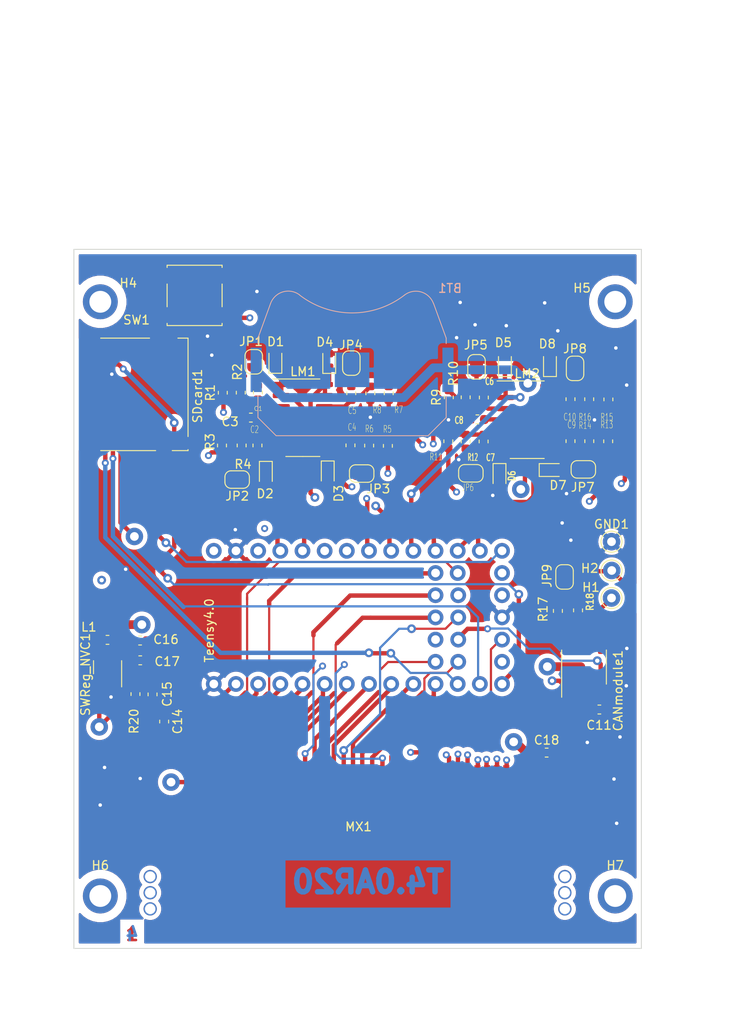
<source format=kicad_pcb>
(kicad_pcb (version 20171130) (host pcbnew "(5.1.4)-1")
  (layers (0 Front_GND signal) (1 Front_2_5V signal) (2 Back_2_3V3 signal) (31 Back_GND signal) (34 B.Paste user hide) (35 F.Paste user hide) (36 B.SilkS user hide) (37 F.SilkS user hide) (38 B.Mask user hide) (39 F.Mask user hide) (44 Edge.Cuts user hide))
  (net 0 "")
  (net 1 Ground)
  (net 2 VBAT)
  (net 3 ON_OFF)
  (net 4 Vinn_5V)
  (net 5 "13(LED)")
  (net 6 12_MISO)
  (net 7 11_MOSI)
  (net 8 10_CS)
  (net 9 IN1+)
  (net 10 IN2+)
  (net 11 IN3+)
  (net 12 IN4+)
  (net 13 Out1)
  (net 14 Out2)
  (net 15 Out3)
  (net 16 Out4)
  (net 17 12V_IN)
  (net 18 33_MCLK2)
  (net 19 32_OUT1B)
  (net 20 31_CTX3)
  (net 21 30_CRX3)
  (net 22 29_TX7)
  (net 23 28_RX7)
  (net 24 27_A13)
  (net 25 9_OUT1C)
  (net 26 7_RX2_OUT1A)
  (net 27 6_OUT1D)
  (net 28 5_IN2)
  (net 29 4_BCLK2)
  (net 30 3_LRCLK2)
  (net 31 2_OUT2)
  (net 32 1_TX1)
  (net 33 0_RX1)
  (net 34 Sensor_Input_1)
  (net 35 Sensor_Input_2)
  (net 36 Sensor_Input_3)
  (net 37 Sensor_Input_4)
  (net 38 "Net-(CANmodule1-Pad8)")
  (net 39 "Net-(CANmodule1-Pad7)")
  (net 40 "Net-(CANmodule1-Pad6)")
  (net 41 "Net-(L1-Pad1)")
  (net 42 "Net-(C1-Pad2)")
  (net 43 "Net-(C2-Pad2)")
  (net 44 "Net-(C4-Pad2)")
  (net 45 "Net-(C5-Pad2)")
  (net 46 "Net-(C10-Pad2)")
  (net 47 "Net-(C6-Pad2)")
  (net 48 IN5+)
  (net 49 "Net-(C7-Pad2)")
  (net 50 IN6+)
  (net 51 "Net-(C9-Pad2)")
  (net 52 IN7+)
  (net 53 IN8+)
  (net 54 Out5)
  (net 55 Out6)
  (net 56 Out7)
  (net 57 Out8)
  (net 58 "Net-(JP9-Pad1)")
  (net 59 Sensor_Input_5)
  (net 60 Sensor_Input_6)
  (net 61 Sensor_Input_7)
  (net 62 Sensor_Input_8)
  (net 63 3.3V)
  (net 64 "Net-(R20-Pad2)")
  (net 65 21_RX5)
  (net 66 20_TX5)
  (net 67 24_TX6_A10)
  (net 68 25_RX6_A11)
  (net 69 8_TX2_IN1)
  (module TestPoint:TestPoint_THTPad_D2.0mm_Drill1.0mm (layer Front_GND) (at 172.15612 105.39222)
    (fp_text reference H2 (at -2.49682 -0.24892) (layer F.SilkS))
    (fp_text value CANL_out)
    (pad 1 thru_hole circle (at 0.0254 0) (size 2 2) (drill 1) (layers *.Cu *.Mask) (net 40 "Net-(CANmodule1-Pad6)"))
  )
  (module TestPoint:TestPoint_THTPad_D2.0mm_Drill1.0mm (layer Front_GND) (at 172.15612 108.54436)
    (fp_text reference H1 (at -2.35966 -1.22682) (layer F.SilkS))
    (fp_text value CANH_out)
    (pad 1 thru_hole circle (at 0 0) (size 2 2) (drill 1) (layers *.Cu *.Mask) (net 39 "Net-(CANmodule1-Pad7)"))
  )
  (module TestPoint:TestPoint_THTPad_D2.0mm_Drill1.0mm (layer Front_GND) (at 172.15612 102.0953)
    (fp_text reference GND1 (at 0 -1.998) (layer F.SilkS))
    (fp_text value GND)
    (pad 1 thru_hole circle (at 0 0) (size 2 2) (drill 1) (layers *.Cu *.Mask) (net 1 Ground))
  )
  (module Teensy_Footprint_Library:Teensy_40_footprint (layer Front_GND) (at 126.59614 118.38178 90)
    (fp_text reference Teensy4.0 (at 6.12902 -0.51308 90) (layer F.SilkS))
    (fp_text value Teensy_pins)
    (pad 43 thru_hole circle (at 12.7 25.4 90) (size 1.8 1.8) (drill 1) (layers *.Cu *.Mask) (net 68 25_RX6_A11))
    (pad 42 thru_hole circle (at 10.16 25.4 90) (size 1.8 1.8) (drill 1) (layers *.Cu *.Mask) (net 24 27_A13))
    (pad 41 thru_hole circle (at 7.62 25.4 90) (size 1.8 1.8) (drill 1) (layers *.Cu *.Mask) (net 22 29_TX7))
    (pad 40 thru_hole circle (at 5.08 25.4 90) (size 1.8 1.8) (drill 1) (layers *.Cu *.Mask) (net 20 31_CTX3))
    (pad 39 thru_hole circle (at 2.54 25.4 90) (size 1.8 1.8) (drill 1) (layers *.Cu *.Mask) (net 18 33_MCLK2))
    (pad 38 thru_hole circle (at 12.7 27.94 90) (size 1.8 1.8) (drill 1) (layers *.Cu *.Mask) (net 67 24_TX6_A10))
    (pad 37 thru_hole circle (at 10.16 28 90) (size 1.8 1.8) (drill 1) (layers *.Cu *.Mask))
    (pad 36 thru_hole circle (at 7.62 28 90) (size 1.8 1.8) (drill 1) (layers *.Cu *.Mask) (net 23 28_RX7))
    (pad 35 thru_hole circle (at 5.08 28 90) (size 1.8 1.8) (drill 1) (layers *.Cu *.Mask) (net 21 30_CRX3))
    (pad 34 thru_hole circle (at 2.54 28 90) (size 1.8 1.8) (drill 1) (layers *.Cu *.Mask) (net 19 32_OUT1B))
    (pad 33 thru_hole circle (at 12.7 33.02 90) (size 1.8 1.8) (drill 1) (layers *.Cu *.Mask) (net 3 ON_OFF))
    (pad 32 thru_hole circle (at 10.16 33.02 90) (size 1.8 1.8) (drill 1) (layers *.Cu *.Mask))
    (pad 31 thru_hole circle (at 7.62 33.02 90) (size 1.8 1.8) (drill 1) (layers *.Cu *.Mask) (net 1 Ground))
    (pad 30 thru_hole circle (at 5.08 33.02 90) (size 1.8 1.8) (drill 1) (layers *.Cu *.Mask) (net 63 3.3V))
    (pad 29 thru_hole circle (at 2.54 33.02 90) (size 1.8 1.8) (drill 1) (layers *.Cu *.Mask) (net 2 VBAT))
    (pad 28 thru_hole circle (at 15.24 33.02 90) (size 1.8 1.8) (drill 1) (layers *.Cu *.Mask) (net 5 "13(LED)"))
    (pad 27 thru_hole circle (at 0 33.02 90) (size 1.8 1.8) (drill 1) (layers *.Cu *.Mask) (net 6 12_MISO))
    (pad 26 thru_hole circle (at 15.24 30.48 90) (size 1.8 1.8) (drill 1) (layers *.Cu *.Mask) (net 56 Out7))
    (pad 25 thru_hole circle (at 0 30.48 90) (size 1.8 1.8) (drill 1) (layers *.Cu *.Mask) (net 7 11_MOSI))
    (pad 24 thru_hole circle (at 15.24 27.94 90) (size 1.8 1.8) (drill 1) (layers *.Cu *.Mask) (net 57 Out8))
    (pad 23 thru_hole circle (at 0 27.94 90) (size 1.8 1.8) (drill 1) (layers *.Cu *.Mask) (net 8 10_CS))
    (pad 22 thru_hole circle (at 15.24 25.4 90) (size 1.8 1.8) (drill 1) (layers *.Cu *.Mask) (net 55 Out6))
    (pad 21 thru_hole circle (at 0 25.4 90) (size 1.8 1.8) (drill 1) (layers *.Cu *.Mask) (net 25 9_OUT1C))
    (pad 20 thru_hole circle (at 15.24 22.86 90) (size 1.8 1.8) (drill 1) (layers *.Cu *.Mask) (net 54 Out5))
    (pad 19 thru_hole circle (at 0 22.86 90) (size 1.8 1.8) (drill 1) (layers *.Cu *.Mask) (net 69 8_TX2_IN1))
    (pad 18 thru_hole circle (at 15.24 20.32 90) (size 1.8 1.8) (drill 1) (layers *.Cu *.Mask) (net 16 Out4))
    (pad 17 thru_hole circle (at 0 20.32 90) (size 1.8 1.8) (drill 1) (layers *.Cu *.Mask) (net 26 7_RX2_OUT1A))
    (pad 16 thru_hole circle (at 15.24 17.78 90) (size 1.8 1.8) (drill 1) (layers *.Cu *.Mask) (net 15 Out3))
    (pad 15 thru_hole circle (at 0 17.78 90) (size 1.8 1.8) (drill 1) (layers *.Cu *.Mask) (net 27 6_OUT1D))
    (pad 14 thru_hole circle (at 15.24 15.24 90) (size 1.8 1.8) (drill 1) (layers *.Cu *.Mask) (net 66 20_TX5))
    (pad 13 thru_hole circle (at 0 15.24 90) (size 1.8 1.8) (drill 1) (layers *.Cu *.Mask) (net 28 5_IN2))
    (pad 12 thru_hole circle (at 15.24 12.7 90) (size 1.8 1.8) (drill 1) (layers *.Cu *.Mask) (net 65 21_RX5))
    (pad 11 thru_hole circle (at 0 12.7 90) (size 1.8 1.8) (drill 1) (layers *.Cu *.Mask) (net 29 4_BCLK2))
    (pad 10 thru_hole circle (at 15.24 10.16 90) (size 1.8 1.8) (drill 1) (layers *.Cu *.Mask) (net 13 Out1))
    (pad 9 thru_hole circle (at 0 10.16 90) (size 1.8 1.8) (drill 1) (layers *.Cu *.Mask) (net 30 3_LRCLK2))
    (pad 8 thru_hole circle (at 15.24 7.62 90) (size 1.8 1.8) (drill 1) (layers *.Cu *.Mask) (net 14 Out2))
    (pad 7 thru_hole circle (at 0 7.62 90) (size 1.8 1.8) (drill 1) (layers *.Cu *.Mask) (net 31 2_OUT2))
    (pad 6 thru_hole circle (at 15.24 5.08 90) (size 1.8 1.8) (drill 1) (layers *.Cu *.Mask) (net 63 3.3V))
    (pad 5 thru_hole circle (at 0 5.08 90) (size 1.8 1.8) (drill 1) (layers *.Cu *.Mask) (net 32 1_TX1))
    (pad 4 thru_hole circle (at 15.24 2.54 90) (size 1.8 1.8) (drill 1) (layers *.Cu *.Mask) (net 1 Ground))
    (pad 3 thru_hole circle (at 0 2.54 90) (size 1.8 1.8) (drill 1) (layers *.Cu *.Mask) (net 33 0_RX1))
    (pad 2 thru_hole circle (at 15.24 0 90) (size 1.8 1.8) (drill 1) (layers *.Cu *.Mask) (net 4 Vinn_5V))
    (pad 1 thru_hole circle (at 0 0 90) (size 1.8 1.8) (drill 1) (layers *.Cu *.Mask) (net 1 Ground))
  )
  (module Button_Switch_SMD:SW_SPST_B3S-1000 (layer Front_GND) (at 124.3965 73.91146)
    (fp_text reference SW1 (at -6.64972 2.81178) (layer F.SilkS))
    (fp_text value SW_Push_Dual)
    (pad 2 smd rect (at 3.975 2.25) (size 1.55 1.3) (layers Front_GND F.Paste F.Mask) (net 3 ON_OFF))
    (pad 2 smd rect (at -3.975 2.25) (size 1.55 1.3) (layers Front_GND F.Paste F.Mask) (net 3 ON_OFF))
    (pad 1 smd rect (at 3.975 -2.25) (size 1.55 1.3) (layers Front_GND F.Paste F.Mask) (net 1 Ground))
    (pad 1 smd rect (at -3.975 -2.25) (size 1.55 1.3) (layers Front_GND F.Paste F.Mask) (net 1 Ground))
  )
  (module Teensy_Footprint_Library:Connector_MX34_36pins (layer Front_GND) (at 143.0599 140.65758)
    (fp_text reference MX1 (at 0.11176 -5.93598) (layer F.SilkS))
    (fp_text value MX34_36_pins)
    (pad 110 thru_hole circle (at 23.75 3.46358) (size 1.524 1.524) (drill 1.2) (layers *.Cu *.Mask))
    (pad 80 thru_hole circle (at -23.75 3.46358) (size 1.524 1.524) (drill 1.2) (layers *.Cu *.Mask))
    (pad 100 thru_hole circle (at 23.75 1.61358) (size 1.524 1.524) (drill 1.2) (layers *.Cu *.Mask))
    (pad 70 thru_hole circle (at -23.75 1.61358) (size 1.524 1.524) (drill 1.2) (layers *.Cu *.Mask))
    (pad 90 thru_hole circle (at 23.75 -0.23642) (size 1.524 1.524) (drill 1.2) (layers *.Cu *.Mask))
    (pad 60 thru_hole circle (at -23.75 -0.23642) (size 1.524 1.524) (drill 1.2) (layers *.Cu *.Mask))
    (pad 20 smd rect (at -19.25828 -10.58926) (size 0.7 4.8) (layers Front_GND F.Paste F.Mask) (net 4 Vinn_5V))
    (pad 1 smd rect (at -18.15828 -10.58926) (size 0.7 4.8) (layers Front_GND F.Paste F.Mask) (net 33 0_RX1))
    (pad 22 smd rect (at -17.05828 -10.58926) (size 0.7 4.8) (layers Front_GND F.Paste F.Mask) (net 67 24_TX6_A10))
    (pad 3 smd rect (at -15.95828 -10.58926) (size 0.7 4.8) (layers Front_GND F.Paste F.Mask) (net 32 1_TX1))
    (pad 24 smd rect (at -14.85828 -10.58926) (size 0.7 4.8) (layers Front_GND F.Paste F.Mask) (net 68 25_RX6_A11))
    (pad 5 smd rect (at -13.75828 -10.58926) (size 0.7 4.8) (layers Front_GND F.Paste F.Mask) (net 31 2_OUT2))
    (pad 43 smd rect (at -12.65828 -10.58926) (size 0.7 4.8) (layers Front_GND F.Paste F.Mask) (net 1 Ground))
    (pad 7 smd rect (at -11.55828 -10.58926) (size 0.7 4.8) (layers Front_GND F.Paste F.Mask) (net 30 3_LRCLK2))
    (pad 38 smd rect (at -10.45828 -10.58926) (size 0.7 4.8) (layers Front_GND F.Paste F.Mask) (net 24 27_A13))
    (pad 9 smd rect (at -9.35828 -10.58926) (size 0.7 4.8) (layers Front_GND F.Paste F.Mask) (net 29 4_BCLK2))
    (pad 42 smd rect (at -8.25828 -10.58926) (size 0.7 4.8) (layers Front_GND F.Paste F.Mask) (net 22 29_TX7))
    (pad 11 smd rect (at -7.15828 -10.58926) (size 0.7 4.8) (layers Front_GND F.Paste F.Mask) (net 28 5_IN2))
    (pad 37 smd rect (at -6.05828 -10.58926) (size 0.7 4.8) (layers Front_GND F.Paste F.Mask) (net 65 21_RX5))
    (pad 13 smd rect (at -4.95828 -10.58926) (size 0.7 4.8) (layers Front_GND F.Paste F.Mask) (net 27 6_OUT1D))
    (pad 41 smd rect (at -3.85828 -10.58926) (size 0.7 4.8) (layers Front_GND F.Paste F.Mask) (net 18 33_MCLK2))
    (pad 15 smd rect (at -2.75828 -10.58926) (size 0.7 4.8) (layers Front_GND F.Paste F.Mask) (net 26 7_RX2_OUT1A))
    (pad 36 smd rect (at -1.65828 -10.58926) (size 0.7 4.8) (layers Front_GND F.Paste F.Mask) (net 23 28_RX7))
    (pad 17 smd rect (at -0.55828 -10.58926) (size 0.7 4.8) (layers Front_GND F.Paste F.Mask) (net 69 8_TX2_IN1))
    (pad 40 smd rect (at 0.54172 -10.58926) (size 0.7 4.8) (layers Front_GND F.Paste F.Mask) (net 19 32_OUT1B))
    (pad 19 smd rect (at 1.64172 -10.58926) (size 0.7 4.8) (layers Front_GND F.Paste F.Mask) (net 25 9_OUT1C))
    (pad 39 smd rect (at 2.74172 -10.58926) (size 0.7 4.8) (layers Front_GND F.Paste F.Mask) (net 66 20_TX5))
    (pad 21 smd rect (at 3.84172 -10.58926) (size 0.7 4.8) (layers Front_GND F.Paste F.Mask) (net 63 3.3V))
    (pad 34 smd rect (at 4.94172 -10.58926) (size 0.7 4.8) (layers Front_GND F.Paste F.Mask) (net 1 Ground))
    (pad 35 smd rect (at 6.04172 -10.58926) (size 0.7 4.8) (layers Front_GND F.Paste F.Mask) (net 1 Ground))
    (pad 26 smd rect (at 7.14172 -10.58926) (size 0.7 4.8) (layers Front_GND F.Paste F.Mask) (net 1 Ground))
    (pad 30 smd rect (at 8.24172 -10.58926) (size 0.7 4.8) (layers Front_GND F.Paste F.Mask) (net 1 Ground))
    (pad 44 smd rect (at 9.34172 -10.58926) (size 0.7 4.8) (layers Front_GND F.Paste F.Mask) (net 34 Sensor_Input_1))
    (pad 45 smd rect (at 10.44172 -10.58926) (size 0.7 4.8) (layers Front_GND F.Paste F.Mask) (net 35 Sensor_Input_2))
    (pad 46 smd rect (at 11.54172 -10.58926) (size 0.7 4.8) (layers Front_GND F.Paste F.Mask) (net 36 Sensor_Input_3))
    (pad 47 smd rect (at 12.64172 -10.58926) (size 0.7 4.8) (layers Front_GND F.Paste F.Mask) (net 37 Sensor_Input_4))
    (pad 48 smd rect (at 13.74172 -10.58926) (size 0.7 4.8) (layers Front_GND F.Paste F.Mask) (net 59 Sensor_Input_5))
    (pad 49 smd rect (at 14.84172 -10.58926) (size 0.7 4.8) (layers Front_GND F.Paste F.Mask) (net 60 Sensor_Input_6))
    (pad 50 smd rect (at 15.94172 -10.58926) (size 0.7 4.8) (layers Front_GND F.Paste F.Mask) (net 61 Sensor_Input_7))
    (pad 51 smd rect (at 17.04172 -10.58926) (size 0.7 4.8) (layers Front_GND F.Paste F.Mask) (net 62 Sensor_Input_8))
    (pad GND smd rect (at 18.14172 -10.58926) (size 0.7 4.8) (layers Front_GND F.Paste F.Mask) (net 1 Ground))
    (pad 52 smd rect (at 19.24172 -10.58926) (size 0.7 4.8) (layers Front_GND F.Paste F.Mask) (net 17 12V_IN))
  )
  (module Package_SO:SOIC-14_3.9x8.7mm_P1.27mm (layer Front_GND) (at 162.495 88.138)
    (fp_text reference LM2 (at 0 -5.28) (layer F.SilkS))
    (fp_text value LM324DRG3)
    (pad 14 smd roundrect (at 2.475 -3.81) (size 1.95 0.6) (layers Front_GND F.Paste F.Mask) (net 57 Out8))
    (pad 13 smd roundrect (at 2.475 -2.54) (size 1.95 0.6) (layers Front_GND F.Paste F.Mask) (net 57 Out8))
    (pad 12 smd roundrect (at 2.475 -1.27) (size 1.95 0.6) (layers Front_GND F.Paste F.Mask) (net 53 IN8+))
    (pad 11 smd roundrect (at 2.475 0) (size 1.95 0.6) (layers Front_GND F.Paste F.Mask) (net 1 Ground))
    (pad 10 smd roundrect (at 2.475 1.27) (size 1.95 0.6) (layers Front_GND F.Paste F.Mask) (net 52 IN7+))
    (pad 9 smd roundrect (at 2.475 2.54) (size 1.95 0.6) (layers Front_GND F.Paste F.Mask) (net 56 Out7))
    (pad 8 smd roundrect (at 2.475 3.81) (size 1.95 0.6) (layers Front_GND F.Paste F.Mask) (net 56 Out7))
    (pad 7 smd roundrect (at -2.475 3.81) (size 1.95 0.6) (layers Front_GND F.Paste F.Mask) (net 55 Out6))
    (pad 6 smd roundrect (at -2.475 2.54) (size 1.95 0.6) (layers Front_GND F.Paste F.Mask) (net 55 Out6))
    (pad 5 smd roundrect (at -2.475 1.27) (size 1.95 0.6) (layers Front_GND F.Paste F.Mask) (net 50 IN6+))
    (pad 4 smd roundrect (at -2.475 0) (size 1.95 0.6) (layers Front_GND F.Paste F.Mask) (net 4 Vinn_5V))
    (pad 3 smd roundrect (at -2.475 -1.27) (size 1.95 0.6) (layers Front_GND F.Paste F.Mask) (net 48 IN5+))
    (pad 2 smd roundrect (at -2.475 -2.54) (size 1.95 0.6) (layers Front_GND F.Paste F.Mask) (net 54 Out5))
    (pad 1 smd roundrect (at -2.475 -3.81) (size 1.95 0.6) (layers Front_GND F.Paste F.Mask) (net 54 Out5))
  )
  (module Package_DFN_QFN:DFN-8-1EP_3x3mm_P0.65mm_EP1.7x2.05mm (layer Front_GND) (at 114.42954 117.21338 90)
    (fp_text reference SWReg_NVC1 (at -0.07874 -2.53238 90) (layer F.SilkS))
    (fp_text value NCV890430MW50TXG)
    (pad 8 smd roundrect (at 1.45 -0.975 90) (size 0.8 0.3) (layers Front_GND F.Paste F.Mask) (net 41 "Net-(L1-Pad1)"))
    (pad 7 smd roundrect (at 1.45 -0.325 90) (size 0.8 0.3) (layers Front_GND F.Paste F.Mask) (net 1 Ground))
    (pad 6 smd roundrect (at 1.45 0.325 90) (size 0.8 0.3) (layers Front_GND F.Paste F.Mask))
    (pad 5 smd roundrect (at 1.45 0.975 90) (size 0.8 0.3) (layers Front_GND F.Paste F.Mask) (net 4 Vinn_5V))
    (pad 4 smd roundrect (at -1.45 0.975 90) (size 0.8 0.3) (layers Front_GND F.Paste F.Mask) (net 64 "Net-(R20-Pad2)"))
    (pad 3 smd roundrect (at -1.45 0.325 90) (size 0.8 0.3) (layers Front_GND F.Paste F.Mask) (net 1 Ground))
    (pad 2 smd roundrect (at -1.45 -0.325 90) (size 0.8 0.3) (layers Front_GND F.Paste F.Mask))
    (pad 1 smd roundrect (at -1.45 -0.975 90) (size 0.8 0.3) (layers Front_GND F.Paste F.Mask) (net 17 12V_IN))
    (pad 9 smd roundrect (at 0 0 90) (size 1.7 2.05) (layers Front_GND F.Mask) (roundrect_rratio 0.147059) (net 1 Ground))
  )
  (module Connector_Card:microSD_HC_Hirose_DM3D-SF (layer Front_GND) (at 117.86122 85.2364 270)
    (fp_text reference SDcard1 (at 0.1838 -6.8731 90) (layer F.SilkS))
    (fp_text value Micro_SD_Card)
    (pad 10 smd rect (at 5.575 -5.45 270) (size 1 1.55) (layers Front_GND F.Paste F.Mask))
    (pad 11 smd rect (at 5.625 5.225 270) (size 1.5 1.5) (layers Front_GND F.Paste F.Mask))
    (pad 1 smd rect (at 3.175 5.35 270) (size 0.7 1.75) (layers Front_GND F.Paste F.Mask))
    (pad 2 smd rect (at 2.075 5.35 270) (size 0.7 1.75) (layers Front_GND F.Paste F.Mask) (net 8 10_CS))
    (pad 3 smd rect (at 0.975 5.35 270) (size 0.7 1.75) (layers Front_GND F.Paste F.Mask) (net 7 11_MOSI))
    (pad 4 smd rect (at -0.125 5.35 270) (size 0.7 1.75) (layers Front_GND F.Paste F.Mask) (net 63 3.3V))
    (pad 5 smd rect (at -1.225 5.35 270) (size 0.7 1.75) (layers Front_GND F.Paste F.Mask) (net 5 "13(LED)"))
    (pad 6 smd rect (at -2.325 5.35 270) (size 0.7 1.75) (layers Front_GND F.Paste F.Mask) (net 1 Ground))
    (pad 7 smd rect (at -3.425 5.35 270) (size 0.7 1.75) (layers Front_GND F.Paste F.Mask) (net 6 12_MISO))
    (pad 11 smd rect (at 5.975 -3.025 270) (size 0.8 1.4) (layers Front_GND F.Paste F.Mask))
    (pad 9 smd rect (at -5.65 -3.875 270) (size 1.45 1) (layers Front_GND F.Paste F.Mask) (net 1 Ground))
    (pad 11 smd rect (at -5.975 -2.375 270) (size 0.8 1.5) (layers Front_GND F.Paste F.Mask))
    (pad 11 smd rect (at -5.725 5.225 270) (size 1.3 1.5) (layers Front_GND F.Paste F.Mask))
    (pad 8 smd rect (at -4.525 5.35 270) (size 0.7 1.75) (layers Front_GND F.Paste F.Mask))
  )
  (module Resistor_SMD:R_0603_1608Metric (layer Front_GND) (at 117.62486 119.53758 90)
    (fp_text reference R20 (at -3.10886 -0.17018 90) (layer F.SilkS))
    (fp_text value 10k)
    (pad 2 smd roundrect (at 0.7875 0 90) (size 0.875 0.95) (layers Front_GND F.Paste F.Mask) (net 64 "Net-(R20-Pad2)"))
    (pad 1 smd roundrect (at -0.7875 0 90) (size 0.875 0.95) (layers Front_GND F.Paste F.Mask) (net 17 12V_IN))
  )
  (module Resistor_SMD:R_0603_1608Metric_Pad1.05x0.95mm_HandSolder (layer Front_GND) (at 168.32072 109.95536 90)
    (fp_text reference R18 (at 0.96904 1.3716 90) (layer F.SilkS) (effects (font (size 0.8 0.7))))
    (fp_text value 120)
    (pad 2 smd roundrect (at 0.875 0 90) (size 1.05 0.95) (layers Front_GND F.Paste F.Mask) (net 58 "Net-(JP9-Pad1)"))
    (pad 1 smd roundrect (at -0.875 0 90) (size 1.05 0.95) (layers Front_GND F.Paste F.Mask) (net 39 "Net-(CANmodule1-Pad7)"))
  )
  (module Resistor_SMD:R_0603_1608Metric_Pad1.05x0.95mm_HandSolder (layer Front_GND) (at 166.0144 110.0214 270)
    (fp_text reference R17 (at -0.18164 1.7018 90) (layer F.SilkS))
    (fp_text value 60)
    (pad 2 smd roundrect (at 0.875 0 270) (size 1.05 0.95) (layers Front_GND F.Paste F.Mask) (net 38 "Net-(CANmodule1-Pad8)"))
    (pad 1 smd roundrect (at -0.875 0 270) (size 1.05 0.95) (layers Front_GND F.Paste F.Mask) (net 1 Ground))
  )
  (module Resistor_SMD:R_0603_1608Metric (layer Front_GND) (at 169.60088 85.79094 90)
    (fp_text reference R16 (at -2.0448 -0.48006 180) (layer F.SilkS) (effects (font (size 0.8 0.5) (thickness 0.05))))
    (fp_text value 20k)
    (pad 2 smd roundrect (at 0.7875 0 90) (size 0.875 0.95) (layers Front_GND F.Paste F.Mask) (net 1 Ground))
    (pad 1 smd roundrect (at -0.7875 0 90) (size 0.875 0.95) (layers Front_GND F.Paste F.Mask) (net 53 IN8+))
  )
  (module Resistor_SMD:R_0603_1608Metric (layer Front_GND) (at 171.79798 85.814 90)
    (fp_text reference R15 (at -2.0192 -0.17526 180) (layer F.SilkS) (effects (font (size 0.8 0.5) (thickness 0.05))))
    (fp_text value 10k)
    (pad 2 smd roundrect (at 0.7875 0 90) (size 0.875 0.95) (layers Front_GND F.Paste F.Mask) (net 53 IN8+))
    (pad 1 smd roundrect (at -0.7875 0 90) (size 0.875 0.95) (layers Front_GND F.Paste F.Mask) (net 62 Sensor_Input_8))
  )
  (module Resistor_SMD:R_0603_1608Metric (layer Front_GND) (at 169.61104 90.59662 270)
    (fp_text reference R14 (at -1.80838 0.48006 180) (layer F.SilkS) (effects (font (size 0.8 0.5) (thickness 0.05))))
    (fp_text value 20k)
    (pad 2 smd roundrect (at 0.7875 0 270) (size 0.875 0.95) (layers Front_GND F.Paste F.Mask) (net 1 Ground))
    (pad 1 smd roundrect (at -0.7875 0 270) (size 0.875 0.95) (layers Front_GND F.Paste F.Mask) (net 52 IN7+))
  )
  (module Resistor_SMD:R_0603_1608Metric (layer Front_GND) (at 171.77512 90.60698 90)
    (fp_text reference R13 (at 1.88986 -0.1524 180) (layer F.SilkS) (effects (font (size 0.8 0.5) (thickness 0.05))))
    (fp_text value 10k)
    (pad 2 smd roundrect (at 0.7875 0 90) (size 0.875 0.95) (layers Front_GND F.Paste F.Mask) (net 52 IN7+))
    (pad 1 smd roundrect (at -0.7875 0 90) (size 0.875 0.95) (layers Front_GND F.Paste F.Mask) (net 61 Sensor_Input_7))
  )
  (module Resistor_SMD:R_0603_1608Metric (layer Front_GND) (at 155.448 90.6271 270)
    (fp_text reference R12 (at 1.80858 -0.81788 180) (layer F.SilkS) (effects (font (size 0.8 0.4) (thickness 0.1))))
    (fp_text value 20k)
    (pad 2 smd roundrect (at 0.7875 0 270) (size 0.875 0.95) (layers Front_GND F.Paste F.Mask) (net 1 Ground))
    (pad 1 smd roundrect (at -0.7875 0 270) (size 0.875 0.95) (layers Front_GND F.Paste F.Mask) (net 50 IN6+))
  )
  (module Resistor_SMD:R_0603_1608Metric (layer Front_GND) (at 153.46172 90.6019 90)
    (fp_text reference R11 (at -1.78806 -1.41478 180) (layer F.SilkS) (effects (font (size 0.8 0.5) (thickness 0.05))))
    (fp_text value 10k)
    (pad 2 smd roundrect (at 0.7875 0 90) (size 0.875 0.95) (layers Front_GND F.Paste F.Mask) (net 50 IN6+))
    (pad 1 smd roundrect (at -0.7875 0 90) (size 0.875 0.95) (layers Front_GND F.Paste F.Mask) (net 60 Sensor_Input_6))
  )
  (module Resistor_SMD:R_0603_1608Metric (layer Front_GND) (at 155.448 85.5725 90)
    (fp_text reference R10 (at 2.7304 -1.40716 90) (layer F.SilkS))
    (fp_text value 20k)
    (pad 2 smd roundrect (at 0.7875 0 90) (size 0.875 0.95) (layers Front_GND F.Paste F.Mask) (net 1 Ground))
    (pad 1 smd roundrect (at -0.7875 0 90) (size 0.875 0.95) (layers Front_GND F.Paste F.Mask) (net 48 IN5+))
  )
  (module Resistor_SMD:R_0603_1608Metric (layer Front_GND) (at 153.5176 85.5725 90)
    (fp_text reference R9 (at 0 -1.43 90) (layer F.SilkS))
    (fp_text value 10k)
    (pad 2 smd roundrect (at 0.7875 0 90) (size 0.875 0.95) (layers Front_GND F.Paste F.Mask) (net 48 IN5+))
    (pad 1 smd roundrect (at -0.7875 0 90) (size 0.875 0.95) (layers Front_GND F.Paste F.Mask) (net 59 Sensor_Input_5))
  )
  (module Resistor_SMD:R_0603_1608Metric (layer Front_GND) (at 144.53108 85.1153 270)
    (fp_text reference R8 (at 1.90002 -0.77216 180) (layer F.SilkS) (effects (font (size 0.8 0.5) (thickness 0.05))))
    (fp_text value 20k)
    (pad 2 smd roundrect (at 0.7875 0 270) (size 0.875 0.95) (layers Front_GND F.Paste F.Mask) (net 1 Ground))
    (pad 1 smd roundrect (at -0.7875 0 270) (size 0.875 0.95) (layers Front_GND F.Paste F.Mask) (net 12 IN4+))
  )
  (module Resistor_SMD:R_0603_1608Metric (layer Front_GND) (at 146.6342 85.1155 90)
    (fp_text reference R7 (at -1.86426 1.143 180) (layer F.SilkS) (effects (font (size 0.8 0.5) (thickness 0.05))))
    (fp_text value 10k)
    (pad 2 smd roundrect (at 0.7875 0 90) (size 0.875 0.95) (layers Front_GND F.Paste F.Mask) (net 12 IN4+))
    (pad 1 smd roundrect (at -0.7875 0 90) (size 0.875 0.95) (layers Front_GND F.Paste F.Mask) (net 37 Sensor_Input_4))
  )
  (module Resistor_SMD:R_0603_1608Metric (layer Front_GND) (at 144.39138 91.09954 270)
    (fp_text reference R6 (at -1.92014 -0.02286 180) (layer F.SilkS) (effects (font (size 0.8 0.5) (thickness 0.05))))
    (fp_text value 20k)
    (pad 2 smd roundrect (at 0.7875 0 270) (size 0.875 0.95) (layers Front_GND F.Paste F.Mask) (net 1 Ground))
    (pad 1 smd roundrect (at -0.7875 0 270) (size 0.875 0.95) (layers Front_GND F.Paste F.Mask) (net 11 IN3+))
  )
  (module Resistor_SMD:R_0603_1608Metric (layer Front_GND) (at 146.53768 91.13002 90)
    (fp_text reference R5 (at 1.91506 -0.05588 180) (layer F.SilkS) (effects (font (size 0.8 0.5) (thickness 0.05))))
    (fp_text value 10k)
    (pad 2 smd roundrect (at 0.7875 0 90) (size 0.875 0.95) (layers Front_GND F.Paste F.Mask) (net 11 IN3+))
    (pad 1 smd roundrect (at -0.7875 0 90) (size 0.875 0.95) (layers Front_GND F.Paste F.Mask) (net 36 Sensor_Input_3))
  )
  (module Resistor_SMD:R_0603_1608Metric (layer Front_GND) (at 129.78638 91.0843 270)
    (fp_text reference R4 (at 2.15402 -0.15494 180) (layer F.SilkS))
    (fp_text value 20k)
    (pad 2 smd roundrect (at 0.7875 0 270) (size 0.875 0.95) (layers Front_GND F.Paste F.Mask) (net 1 Ground))
    (pad 1 smd roundrect (at -0.7875 0 270) (size 0.875 0.95) (layers Front_GND F.Paste F.Mask) (net 10 IN2+))
  )
  (module Resistor_SMD:R_0603_1608Metric (layer Front_GND) (at 127.5334 91.08684 90)
    (fp_text reference R3 (at 0.42916 -1.36652 90) (layer F.SilkS))
    (fp_text value 10k)
    (pad 2 smd roundrect (at 0.7875 0 90) (size 0.875 0.95) (layers Front_GND F.Paste F.Mask) (net 10 IN2+))
    (pad 1 smd roundrect (at -0.7875 0 90) (size 0.875 0.95) (layers Front_GND F.Paste F.Mask) (net 35 Sensor_Input_2))
  )
  (module Resistor_SMD:R_0603_1608Metric (layer Front_GND) (at 129.68732 85.04184 90)
    (fp_text reference R2 (at 2.36992 -0.381 90) (layer F.SilkS))
    (fp_text value 20k)
    (pad 2 smd roundrect (at 0.7875 0 90) (size 0.875 0.95) (layers Front_GND F.Paste F.Mask) (net 1 Ground))
    (pad 1 smd roundrect (at -0.7875 0 90) (size 0.875 0.95) (layers Front_GND F.Paste F.Mask) (net 9 IN1+))
  )
  (module Resistor_SMD:R_0603_1608Metric (layer Front_GND) (at 127.62738 85.04946 90)
    (fp_text reference R1 (at 0 -1.43 90) (layer F.SilkS))
    (fp_text value 10k)
    (pad 2 smd roundrect (at 0.7875 0 90) (size 0.875 0.95) (layers Front_GND F.Paste F.Mask) (net 9 IN1+))
    (pad 1 smd roundrect (at -0.7875 0 90) (size 0.875 0.95) (layers Front_GND F.Paste F.Mask) (net 34 Sensor_Input_1))
  )
  (module Package_SO:SOIC-14_3.9x8.7mm_P1.27mm (layer Front_GND) (at 136.79782 87.91194)
    (fp_text reference LM1 (at 0 -5.28) (layer F.SilkS))
    (fp_text value LM324DRG3)
    (pad 14 smd roundrect (at 2.475 -3.81) (size 1.95 0.6) (layers Front_GND F.Paste F.Mask) (net 16 Out4))
    (pad 13 smd roundrect (at 2.475 -2.54) (size 1.95 0.6) (layers Front_GND F.Paste F.Mask) (net 16 Out4))
    (pad 12 smd roundrect (at 2.475 -1.27) (size 1.95 0.6) (layers Front_GND F.Paste F.Mask) (net 12 IN4+))
    (pad 11 smd roundrect (at 2.475 0) (size 1.95 0.6) (layers Front_GND F.Paste F.Mask) (net 1 Ground))
    (pad 10 smd roundrect (at 2.475 1.27) (size 1.95 0.6) (layers Front_GND F.Paste F.Mask) (net 11 IN3+))
    (pad 9 smd roundrect (at 2.475 2.54) (size 1.95 0.6) (layers Front_GND F.Paste F.Mask) (net 15 Out3))
    (pad 8 smd roundrect (at 2.475 3.81) (size 1.95 0.6) (layers Front_GND F.Paste F.Mask) (net 15 Out3))
    (pad 7 smd roundrect (at -2.475 3.81) (size 1.95 0.6) (layers Front_GND F.Paste F.Mask) (net 14 Out2))
    (pad 6 smd roundrect (at -2.475 2.54) (size 1.95 0.6) (layers Front_GND F.Paste F.Mask) (net 14 Out2))
    (pad 5 smd roundrect (at -2.475 1.27) (size 1.95 0.6) (layers Front_GND F.Paste F.Mask) (net 10 IN2+))
    (pad 4 smd roundrect (at -2.475 0) (size 1.95 0.6) (layers Front_GND F.Paste F.Mask) (net 4 Vinn_5V))
    (pad 3 smd roundrect (at -2.475 -1.27) (size 1.95 0.6) (layers Front_GND F.Paste F.Mask) (net 9 IN1+))
    (pad 2 smd roundrect (at -2.475 -2.54) (size 1.95 0.6) (layers Front_GND F.Paste F.Mask) (net 13 Out1))
    (pad 1 smd roundrect (at -2.475 -3.81) (size 1.95 0.6) (layers Front_GND F.Paste F.Mask) (net 13 Out1))
  )
  (module Inductor_SMD:L_0603_1608Metric (layer Front_GND) (at 114.41928 113.33226)
    (fp_text reference L1 (at -2.13604 -1.46558) (layer F.SilkS))
    (fp_text value 2.2u)
    (pad 2 smd roundrect (at 0.7875 0) (size 0.875 0.95) (layers Front_GND F.Paste F.Mask) (net 4 Vinn_5V))
    (pad 1 smd roundrect (at -0.7875 0) (size 0.875 0.95) (layers Front_GND F.Paste F.Mask) (net 41 "Net-(L1-Pad1)"))
  )
  (module Jumper:SolderJumper-2_P1.3mm_Open_RoundedPad1.0x1.5mm (layer Front_GND) (at 166.7764 106.1316 90)
    (fp_text reference JP9 (at 0.13232 -2.0066 90) (layer F.SilkS))
    (fp_text value SolderJumper_2_Open)
    (pad 2 smd custom (at 0.65 0 90) (size 1 0.5) (layers Front_GND F.Mask) (net 40 "Net-(CANmodule1-Pad6)") (options (clearance outline) (anchor rect)) (primitives (gr_circle (center 0 0.25) (end 0.5 0.25) (width 0)) (gr_circle (center 0 -0.25) (end 0.5 -0.25) (width 0)) (gr_poly (pts (xy 0 -0.75) (xy -0.5 -0.75) (xy -0.5 0.75) (xy 0 0.75)) (width 0))))
    (pad 1 smd custom (at -0.65 0 90) (size 1 0.5) (layers Front_GND F.Mask) (net 58 "Net-(JP9-Pad1)") (options (clearance outline) (anchor rect)) (primitives (gr_circle (center 0 0.25) (end 0.5 0.25) (width 0)) (gr_circle (center 0 -0.25) (end 0.5 -0.25) (width 0)) (gr_poly (pts (xy 0 -0.75) (xy 0.5 -0.75) (xy 0.5 0.75) (xy 0 0.75)) (width 0))))
  )
  (module Jumper:SolderJumper-2_P1.3mm_Open_RoundedPad1.0x1.5mm (layer Front_GND) (at 167.98036 82.26274 90)
    (fp_text reference JP8 (at 2.24766 -0.00508 180) (layer F.SilkS))
    (fp_text value SJ_Open)
    (pad 2 smd custom (at 0.65 0 90) (size 1 0.5) (layers Front_GND F.Mask) (net 1 Ground) (options (clearance outline) (anchor rect)) (primitives (gr_circle (center 0 0.25) (end 0.5 0.25) (width 0)) (gr_circle (center 0 -0.25) (end 0.5 -0.25) (width 0)) (gr_poly (pts (xy 0 -0.75) (xy -0.5 -0.75) (xy -0.5 0.75) (xy 0 0.75)) (width 0))))
    (pad 1 smd custom (at -0.65 0 90) (size 1 0.5) (layers Front_GND F.Mask) (net 46 "Net-(C10-Pad2)") (options (clearance outline) (anchor rect)) (primitives (gr_circle (center 0 0.25) (end 0.5 0.25) (width 0)) (gr_circle (center 0 -0.25) (end 0.5 -0.25) (width 0)) (gr_poly (pts (xy 0 -0.75) (xy 0.5 -0.75) (xy 0.5 0.75) (xy 0 0.75)) (width 0))))
  )
  (module Jumper:SolderJumper-2_P1.3mm_Open_RoundedPad1.0x1.5mm (layer Front_GND) (at 168.92802 93.82252)
    (fp_text reference JP7 (at -0.06882 2.04216) (layer F.SilkS))
    (fp_text value SJ_Open)
    (pad 2 smd custom (at 0.65 0) (size 1 0.5) (layers Front_GND F.Mask) (net 1 Ground) (options (clearance outline) (anchor rect)) (primitives (gr_circle (center 0 0.25) (end 0.5 0.25) (width 0)) (gr_circle (center 0 -0.25) (end 0.5 -0.25) (width 0)) (gr_poly (pts (xy 0 -0.75) (xy -0.5 -0.75) (xy -0.5 0.75) (xy 0 0.75)) (width 0))))
    (pad 1 smd custom (at -0.65 0) (size 1 0.5) (layers Front_GND F.Mask) (net 51 "Net-(C9-Pad2)") (options (clearance outline) (anchor rect)) (primitives (gr_circle (center 0 0.25) (end 0.5 0.25) (width 0)) (gr_circle (center 0 -0.25) (end 0.5 -0.25) (width 0)) (gr_poly (pts (xy 0 -0.75) (xy 0.5 -0.75) (xy 0.5 0.75) (xy 0 0.75)) (width 0))))
  )
  (module Jumper:SolderJumper-2_P1.3mm_Open_RoundedPad1.0x1.5mm (layer Front_GND) (at 156.04212 94.26956 180)
    (fp_text reference JP6 (at 0.33504 -1.6256) (layer F.SilkS) (effects (font (size 0.8 0.5) (thickness 0.05))))
    (fp_text value SJ_Open)
    (pad 2 smd custom (at 0.65 0 180) (size 1 0.5) (layers Front_GND F.Mask) (net 1 Ground) (options (clearance outline) (anchor rect)) (primitives (gr_circle (center 0 0.25) (end 0.5 0.25) (width 0)) (gr_circle (center 0 -0.25) (end 0.5 -0.25) (width 0)) (gr_poly (pts (xy 0 -0.75) (xy -0.5 -0.75) (xy -0.5 0.75) (xy 0 0.75)) (width 0))))
    (pad 1 smd custom (at -0.65 0 180) (size 1 0.5) (layers Front_GND F.Mask) (net 49 "Net-(C7-Pad2)") (options (clearance outline) (anchor rect)) (primitives (gr_circle (center 0 0.25) (end 0.5 0.25) (width 0)) (gr_circle (center 0 -0.25) (end 0.5 -0.25) (width 0)) (gr_poly (pts (xy 0 -0.75) (xy 0.5 -0.75) (xy 0.5 0.75) (xy 0 0.75)) (width 0))))
  )
  (module Jumper:SolderJumper-2_P1.3mm_Open_RoundedPad1.0x1.5mm (layer Front_GND) (at 156.6926 82.0824 90)
    (fp_text reference JP5 (at 2.49404 -0.08128 180) (layer F.SilkS))
    (fp_text value SJ_Open)
    (pad 2 smd custom (at 0.65 0 90) (size 1 0.5) (layers Front_GND F.Mask) (net 1 Ground) (options (clearance outline) (anchor rect)) (primitives (gr_circle (center 0 0.25) (end 0.5 0.25) (width 0)) (gr_circle (center 0 -0.25) (end 0.5 -0.25) (width 0)) (gr_poly (pts (xy 0 -0.75) (xy -0.5 -0.75) (xy -0.5 0.75) (xy 0 0.75)) (width 0))))
    (pad 1 smd custom (at -0.65 0 90) (size 1 0.5) (layers Front_GND F.Mask) (net 47 "Net-(C6-Pad2)") (options (clearance outline) (anchor rect)) (primitives (gr_circle (center 0 0.25) (end 0.5 0.25) (width 0)) (gr_circle (center 0 -0.25) (end 0.5 -0.25) (width 0)) (gr_poly (pts (xy 0 -0.75) (xy 0.5 -0.75) (xy 0.5 0.75) (xy 0 0.75)) (width 0))))
  )
  (module Jumper:SolderJumper-2_P1.3mm_Open_RoundedPad1.0x1.5mm (layer Front_GND) (at 142.35176 81.65822 90)
    (fp_text reference JP4 (at 2.06478 -0.04064 180) (layer F.SilkS))
    (fp_text value SJ_Open)
    (pad 2 smd custom (at 0.65 0 90) (size 1 0.5) (layers Front_GND F.Mask) (net 1 Ground) (options (clearance outline) (anchor rect)) (primitives (gr_circle (center 0 0.25) (end 0.5 0.25) (width 0)) (gr_circle (center 0 -0.25) (end 0.5 -0.25) (width 0)) (gr_poly (pts (xy 0 -0.75) (xy -0.5 -0.75) (xy -0.5 0.75) (xy 0 0.75)) (width 0))))
    (pad 1 smd custom (at -0.65 0 90) (size 1 0.5) (layers Front_GND F.Mask) (net 45 "Net-(C5-Pad2)") (options (clearance outline) (anchor rect)) (primitives (gr_circle (center 0 0.25) (end 0.5 0.25) (width 0)) (gr_circle (center 0 -0.25) (end 0.5 -0.25) (width 0)) (gr_poly (pts (xy 0 -0.75) (xy 0.5 -0.75) (xy 0.5 0.75) (xy 0 0.75)) (width 0))))
  )
  (module Jumper:SolderJumper-2_P1.3mm_Open_RoundedPad1.0x1.5mm (layer Front_GND) (at 143.53564 94.30004)
    (fp_text reference JP3 (at 1.90984 1.7526) (layer F.SilkS))
    (fp_text value SJ_Open)
    (pad 2 smd custom (at 0.65 0) (size 1 0.5) (layers Front_GND F.Mask) (net 1 Ground) (options (clearance outline) (anchor rect)) (primitives (gr_circle (center 0 0.25) (end 0.5 0.25) (width 0)) (gr_circle (center 0 -0.25) (end 0.5 -0.25) (width 0)) (gr_poly (pts (xy 0 -0.75) (xy -0.5 -0.75) (xy -0.5 0.75) (xy 0 0.75)) (width 0))))
    (pad 1 smd custom (at -0.65 0) (size 1 0.5) (layers Front_GND F.Mask) (net 44 "Net-(C4-Pad2)") (options (clearance outline) (anchor rect)) (primitives (gr_circle (center 0 0.25) (end 0.5 0.25) (width 0)) (gr_circle (center 0 -0.25) (end 0.5 -0.25) (width 0)) (gr_poly (pts (xy 0 -0.75) (xy 0.5 -0.75) (xy 0.5 0.75) (xy 0 0.75)) (width 0))))
  )
  (module Jumper:SolderJumper-2_P1.3mm_Open_RoundedPad1.0x1.5mm (layer Front_GND) (at 129.271 94.98584 180)
    (fp_text reference JP2 (at -0.00992 -1.89484) (layer F.SilkS))
    (fp_text value SJ_Open)
    (pad 2 smd custom (at 0.65 0 180) (size 1 0.5) (layers Front_GND F.Mask) (net 1 Ground) (options (clearance outline) (anchor rect)) (primitives (gr_circle (center 0 0.25) (end 0.5 0.25) (width 0)) (gr_circle (center 0 -0.25) (end 0.5 -0.25) (width 0)) (gr_poly (pts (xy 0 -0.75) (xy -0.5 -0.75) (xy -0.5 0.75) (xy 0 0.75)) (width 0))))
    (pad 1 smd custom (at -0.65 0 180) (size 1 0.5) (layers Front_GND F.Mask) (net 43 "Net-(C2-Pad2)") (options (clearance outline) (anchor rect)) (primitives (gr_circle (center 0 0.25) (end 0.5 0.25) (width 0)) (gr_circle (center 0 -0.25) (end 0.5 -0.25) (width 0)) (gr_poly (pts (xy 0 -0.75) (xy 0.5 -0.75) (xy 0.5 0.75) (xy 0 0.75)) (width 0))))
  )
  (module Jumper:SolderJumper-2_P1.3mm_Open_RoundedPad1.0x1.5mm (layer Front_GND) (at 131.17322 81.5109 90)
    (fp_text reference JP1 (at 2.32894 -0.31242 180) (layer F.SilkS))
    (fp_text value SJ_Open)
    (pad 2 smd custom (at 0.65 0 90) (size 1 0.5) (layers Front_GND F.Mask) (net 1 Ground) (options (clearance outline) (anchor rect)) (primitives (gr_circle (center 0 0.25) (end 0.5 0.25) (width 0)) (gr_circle (center 0 -0.25) (end 0.5 -0.25) (width 0)) (gr_poly (pts (xy 0 -0.75) (xy -0.5 -0.75) (xy -0.5 0.75) (xy 0 0.75)) (width 0))))
    (pad 1 smd custom (at -0.65 0 90) (size 1 0.5) (layers Front_GND F.Mask) (net 42 "Net-(C1-Pad2)") (options (clearance outline) (anchor rect)) (primitives (gr_circle (center 0 0.25) (end 0.5 0.25) (width 0)) (gr_circle (center 0 -0.25) (end 0.5 -0.25) (width 0)) (gr_poly (pts (xy 0 -0.75) (xy 0.5 -0.75) (xy 0.5 0.75) (xy 0 0.75)) (width 0))))
  )
  (module MountingHole:MountingHole_2.5mm_Pad (layer Front_GND) (at 172.58009 142.6436)
    (fp_text reference H7 (at 0 -3.5) (layer F.SilkS))
    (fp_text value MountingHole)
    (pad 1 thru_hole circle (at 0 0) (size 4 4) (drill 2.5) (layers *.Cu *.Mask) (clearance 1))
  )
  (module MountingHole:MountingHole_2.5mm_Pad (layer Front_GND) (at 113.59668 142.6436)
    (fp_text reference H6 (at 0 -3.5) (layer F.SilkS))
    (fp_text value MountingHole)
    (pad 1 thru_hole circle (at 0 0) (size 4 4) (drill 2.5) (layers *.Cu *.Mask) (clearance 1))
  )
  (module MountingHole:MountingHole_2.5mm_Pad (layer Front_GND) (at 172.58009 74.64324)
    (fp_text reference H5 (at -3.80746 -1.56972) (layer F.SilkS))
    (fp_text value MountingHole)
    (pad 1 thru_hole circle (at 0 0) (size 4 4) (drill 2.5) (layers *.Cu *.Mask) (clearance 1))
  )
  (module MountingHole:MountingHole_2.5mm_Pad (layer Front_GND) (at 113.59668 74.64324)
    (fp_text reference H4 (at 3.20548 -2.14376) (layer F.SilkS))
    (fp_text value MountingHole)
    (pad 1 thru_hole circle (at 0 0) (size 4 4) (drill 2.5) (layers *.Cu *.Mask) (clearance 1))
  )
  (module Diode_SMD:D_0603_1608Metric (layer Front_GND) (at 165.10254 81.7119 90)
    (fp_text reference D8 (at 2.25562 -0.30226 180) (layer F.SilkS))
    (fp_text value 3V)
    (pad 2 smd roundrect (at 0.7875 0 90) (size 0.875 0.95) (layers Front_GND F.Paste F.Mask) (net 1 Ground))
    (pad 1 smd roundrect (at -0.7875 0 90) (size 0.875 0.95) (layers Front_GND F.Paste F.Mask) (net 57 Out8))
  )
  (module Diode_SMD:D_0603_1608Metric (layer Front_GND) (at 165.36152 93.89618)
    (fp_text reference D7 (at 0.66812 1.75006) (layer F.SilkS))
    (fp_text value 3V)
    (pad 2 smd roundrect (at 0.7875 0) (size 0.875 0.95) (layers Front_GND F.Paste F.Mask) (net 1 Ground))
    (pad 1 smd roundrect (at -0.7875 0) (size 0.875 0.95) (layers Front_GND F.Paste F.Mask) (net 56 Out7))
  )
  (module Diode_SMD:D_0603_1608Metric (layer Front_GND) (at 159.32404 94.6403 270)
    (fp_text reference D6 (at -0.08118 -1.4224 90) (layer F.SilkS) (effects (font (size 0.8 0.6))))
    (fp_text value 3V)
    (pad 2 smd roundrect (at 0.7875 0 270) (size 0.875 0.95) (layers Front_GND F.Paste F.Mask) (net 1 Ground))
    (pad 1 smd roundrect (at -0.7875 0 270) (size 0.875 0.95) (layers Front_GND F.Paste F.Mask) (net 55 Out6))
  )
  (module Diode_SMD:D_0603_1608Metric (layer Front_GND) (at 159.9438 81.7119 90)
    (fp_text reference D5 (at 2.39278 -0.1778 180) (layer F.SilkS))
    (fp_text value 3V)
    (pad 2 smd roundrect (at 0.7875 0 90) (size 0.875 0.95) (layers Front_GND F.Paste F.Mask) (net 1 Ground))
    (pad 1 smd roundrect (at -0.7875 0 90) (size 0.875 0.95) (layers Front_GND F.Paste F.Mask) (net 54 Out5))
  )
  (module Diode_SMD:D_0603_1608Metric (layer Front_GND) (at 139.82192 81.35376 90)
    (fp_text reference D4 (at 2.10068 -0.508 180) (layer F.SilkS))
    (fp_text value 3V)
    (pad 2 smd roundrect (at 0.7875 0 90) (size 0.875 0.95) (layers Front_GND F.Paste F.Mask) (net 1 Ground))
    (pad 1 smd roundrect (at -0.7875 0 90) (size 0.875 0.95) (layers Front_GND F.Paste F.Mask) (net 16 Out4))
  )
  (module Diode_SMD:D_0603_1608Metric (layer Front_GND) (at 139.64666 94.34566 270)
    (fp_text reference D3 (at 2.24038 -1.26492 90) (layer F.SilkS))
    (fp_text value 3V)
    (pad 2 smd roundrect (at 0.7875 0 270) (size 0.875 0.95) (layers Front_GND F.Paste F.Mask) (net 1 Ground))
    (pad 1 smd roundrect (at -0.7875 0 270) (size 0.875 0.95) (layers Front_GND F.Paste F.Mask) (net 15 Out3))
  )
  (module Diode_SMD:D_0603_1608Metric (layer Front_GND) (at 132.55752 94.39412 270)
    (fp_text reference D2 (at 2.21224 0.08636 180) (layer F.SilkS))
    (fp_text value 3V)
    (pad 2 smd roundrect (at 0.7875 0 270) (size 0.875 0.95) (layers Front_GND F.Paste F.Mask) (net 1 Ground))
    (pad 1 smd roundrect (at -0.7875 0 270) (size 0.875 0.95) (layers Front_GND F.Paste F.Mask) (net 14 Out2))
  )
  (module Diode_SMD:D_0603_1608Metric (layer Front_GND) (at 133.65226 81.33852 90)
    (fp_text reference D1 (at 2.13116 0.02794 180) (layer F.SilkS))
    (fp_text value 3V)
    (pad 2 smd roundrect (at 0.7875 0 90) (size 0.875 0.95) (layers Front_GND F.Paste F.Mask) (net 1 Ground))
    (pad 1 smd roundrect (at -0.7875 0 90) (size 0.875 0.95) (layers Front_GND F.Paste F.Mask) (net 13 Out1))
  )
  (module Package_SO:SOIC-8_3.9x4.9mm_P1.27mm (layer Front_GND) (at 169.00652 116.4463 90)
    (fp_text reference CANmodule1 (at -2.70256 3.90144 90) (layer F.SilkS))
    (fp_text value MCP2551-I-SN)
    (pad 8 smd roundrect (at 2.475 -1.905 90) (size 1.95 0.6) (layers Front_GND F.Paste F.Mask) (net 38 "Net-(CANmodule1-Pad8)"))
    (pad 7 smd roundrect (at 2.475 -0.635 90) (size 1.95 0.6) (layers Front_GND F.Paste F.Mask) (net 39 "Net-(CANmodule1-Pad7)"))
    (pad 6 smd roundrect (at 2.475 0.635 90) (size 1.95 0.6) (layers Front_GND F.Paste F.Mask) (net 40 "Net-(CANmodule1-Pad6)"))
    (pad 5 smd roundrect (at 2.475 1.905 90) (size 1.95 0.6) (layers Front_GND F.Paste F.Mask))
    (pad 4 smd roundrect (at -2.475 1.905 90) (size 1.95 0.6) (layers Front_GND F.Paste F.Mask) (net 21 30_CRX3))
    (pad 3 smd roundrect (at -2.475 0.635 90) (size 1.95 0.6) (layers Front_GND F.Paste F.Mask) (net 4 Vinn_5V))
    (pad 2 smd roundrect (at -2.475 -0.635 90) (size 1.95 0.6) (layers Front_GND F.Paste F.Mask) (net 1 Ground))
    (pad 1 smd roundrect (at -2.475 -1.905 90) (size 1.95 0.6) (layers Front_GND F.Paste F.Mask) (net 20 31_CTX3))
  )
  (module Capacitor_SMD:C_0603_1608Metric (layer Front_GND) (at 164.72418 126.23546)
    (fp_text reference C18 (at 0 -1.43) (layer F.SilkS))
    (fp_text value 10u)
    (pad 2 smd roundrect (at 0.7875 0) (size 0.875 0.95) (layers Front_GND F.Paste F.Mask) (net 1 Ground))
    (pad 1 smd roundrect (at -0.7875 0) (size 0.875 0.95) (layers Front_GND F.Paste F.Mask) (net 17 12V_IN))
  )
  (module Capacitor_SMD:C_0603_1608Metric (layer Front_GND) (at 118.17086 115.67414)
    (fp_text reference C17 (at 3.08366 0.13462) (layer F.SilkS))
    (fp_text value 10u)
    (pad 2 smd roundrect (at 0.7875 0) (size 0.875 0.95) (layers Front_GND F.Paste F.Mask) (net 1 Ground))
    (pad 1 smd roundrect (at -0.7875 0) (size 0.875 0.95) (layers Front_GND F.Paste F.Mask) (net 4 Vinn_5V))
  )
  (module Capacitor_SMD:C_0603_1608Metric (layer Front_GND) (at 118.15328 113.40846)
    (fp_text reference C16 (at 2.96916 -0.11938) (layer F.SilkS))
    (fp_text value 0.1u)
    (pad 2 smd roundrect (at 0.7875 0) (size 0.875 0.95) (layers Front_GND F.Paste F.Mask) (net 1 Ground))
    (pad 1 smd roundrect (at -0.7875 0) (size 0.875 0.95) (layers Front_GND F.Paste F.Mask) (net 4 Vinn_5V))
  )
  (module Capacitor_SMD:C_0603_1608Metric (layer Front_GND) (at 119.58066 119.57314 90)
    (fp_text reference C15 (at 0.03566 1.67386 90) (layer F.SilkS))
    (fp_text value 0.1u)
    (pad 2 smd roundrect (at 0.7875 0 90) (size 0.875 0.95) (layers Front_GND F.Paste F.Mask) (net 1 Ground))
    (pad 1 smd roundrect (at -0.7875 0 90) (size 0.875 0.95) (layers Front_GND F.Paste F.Mask) (net 17 12V_IN))
  )
  (module Capacitor_SMD:C_0603_1608Metric (layer Front_GND) (at 120.90908 122.6819 270)
    (fp_text reference C14 (at -0.01006 -1.53416 90) (layer F.SilkS))
    (fp_text value 10u)
    (pad 2 smd roundrect (at 0.7875 0 270) (size 0.875 0.95) (layers Front_GND F.Paste F.Mask) (net 1 Ground))
    (pad 1 smd roundrect (at -0.7875 0 270) (size 0.875 0.95) (layers Front_GND F.Paste F.Mask) (net 17 12V_IN))
  )
  (module Capacitor_SMD:C_0603_1608Metric (layer Front_GND) (at 170.7641 121.30532)
    (fp_text reference C11 (at -0.03038 1.79324) (layer F.SilkS))
    (fp_text value .1u)
    (pad 2 smd roundrect (at 0.7875 0) (size 0.875 0.95) (layers Front_GND F.Paste F.Mask) (net 1 Ground))
    (pad 1 smd roundrect (at -0.7875 0) (size 0.875 0.95) (layers Front_GND F.Paste F.Mask) (net 4 Vinn_5V))
  )
  (module Capacitor_SMD:C_0603_1608Metric (layer Front_GND) (at 167.45712 85.78606 90)
    (fp_text reference C10 (at -2.0319 -0.0762 180) (layer F.SilkS) (effects (font (size 0.8 0.5) (thickness 0.05))))
    (fp_text value 1.5n)
    (pad 2 smd roundrect (at 0.7875 0 90) (size 0.875 0.95) (layers Front_GND F.Paste F.Mask) (net 46 "Net-(C10-Pad2)"))
    (pad 1 smd roundrect (at -0.7875 0 90) (size 0.875 0.95) (layers Front_GND F.Paste F.Mask) (net 53 IN8+))
  )
  (module Capacitor_SMD:C_0603_1608Metric (layer Front_GND) (at 167.45712 90.59154 270)
    (fp_text reference C9 (at -1.87188 -0.12954 180) (layer F.SilkS) (effects (font (size 0.8 0.5) (thickness 0.05))))
    (fp_text value 1.5n)
    (pad 2 smd roundrect (at 0.7875 0 270) (size 0.875 0.95) (layers Front_GND F.Paste F.Mask) (net 51 "Net-(C9-Pad2)"))
    (pad 1 smd roundrect (at -0.7875 0 270) (size 0.875 0.95) (layers Front_GND F.Paste F.Mask) (net 52 IN7+))
  )
  (module Capacitor_SMD:C_0603_1608Metric (layer Front_GND) (at 156.78912 88.09736)
    (fp_text reference C8 (at -2.10312 0.10668) (layer F.SilkS) (effects (font (size 0.8 0.5) (thickness 0.125))))
    (fp_text value C)
    (pad 2 smd roundrect (at 0.7875 0) (size 0.875 0.95) (layers Front_GND F.Paste F.Mask) (net 4 Vinn_5V))
    (pad 1 smd roundrect (at -0.7875 0) (size 0.875 0.95) (layers Front_GND F.Paste F.Mask) (net 1 Ground))
  )
  (module Capacitor_SMD:C_0603_1608Metric (layer Front_GND) (at 157.5054 90.6271 270)
    (fp_text reference C7 (at 1.84414 -0.7874 180) (layer F.SilkS) (effects (font (size 0.8 0.5) (thickness 0.125))))
    (fp_text value 1.5n)
    (pad 2 smd roundrect (at 0.7875 0 270) (size 0.875 0.95) (layers Front_GND F.Paste F.Mask) (net 49 "Net-(C7-Pad2)"))
    (pad 1 smd roundrect (at -0.7875 0 270) (size 0.875 0.95) (layers Front_GND F.Paste F.Mask) (net 50 IN6+))
  )
  (module Capacitor_SMD:C_0603_1608Metric (layer Front_GND) (at 157.5308 85.598 90)
    (fp_text reference C6 (at 1.84912 0.64516 180) (layer F.SilkS) (effects (font (size 0.8 0.5) (thickness 0.125))))
    (fp_text value 1.5n)
    (pad 2 smd roundrect (at 0.7875 0 90) (size 0.875 0.95) (layers Front_GND F.Paste F.Mask) (net 47 "Net-(C6-Pad2)"))
    (pad 1 smd roundrect (at -0.7875 0 90) (size 0.875 0.95) (layers Front_GND F.Paste F.Mask) (net 48 IN5+))
  )
  (module Capacitor_SMD:C_0603_1608Metric (layer Front_GND) (at 142.34668 85.10768 90)
    (fp_text reference C5 (at -1.97368 0.1016 180) (layer F.SilkS) (effects (font (size 0.8 0.5) (thickness 0.05))))
    (fp_text value 1.5n)
    (pad 2 smd roundrect (at 0.7875 0 90) (size 0.875 0.95) (layers Front_GND F.Paste F.Mask) (net 45 "Net-(C5-Pad2)"))
    (pad 1 smd roundrect (at -0.7875 0 90) (size 0.875 0.95) (layers Front_GND F.Paste F.Mask) (net 12 IN4+))
  )
  (module Capacitor_SMD:C_0603_1608Metric (layer Front_GND) (at 142.2527 91.0716 270)
    (fp_text reference C4 (at -2.07508 -0.18034 180) (layer F.SilkS) (effects (font (size 0.8 0.5) (thickness 0.05))))
    (fp_text value 1.5n)
    (pad 2 smd roundrect (at 0.7875 0 270) (size 0.875 0.95) (layers Front_GND F.Paste F.Mask) (net 44 "Net-(C4-Pad2)"))
    (pad 1 smd roundrect (at -0.7875 0 270) (size 0.875 0.95) (layers Front_GND F.Paste F.Mask) (net 11 IN3+))
  )
  (module Capacitor_SMD:C_0603_1608Metric (layer Front_GND) (at 130.84292 87.8967)
    (fp_text reference C3 (at -2.3748 0.4699) (layer F.SilkS))
    (fp_text value C)
    (pad 2 smd roundrect (at 0.7875 0) (size 0.875 0.95) (layers Front_GND F.Paste F.Mask) (net 4 Vinn_5V))
    (pad 1 smd roundrect (at -0.7875 0) (size 0.875 0.95) (layers Front_GND F.Paste F.Mask) (net 1 Ground))
  )
  (module Capacitor_SMD:C_0603_1608Metric (layer Front_GND) (at 131.5974 91.0843 270)
    (fp_text reference C2 (at -1.8287 0.3302 180) (layer F.SilkS) (effects (font (size 0.8 0.5) (thickness 0.05))))
    (fp_text value 1.5n)
    (pad 2 smd roundrect (at 0.7875 0 270) (size 0.875 0.95) (layers Front_GND F.Paste F.Mask) (net 43 "Net-(C2-Pad2)"))
    (pad 1 smd roundrect (at -0.7875 0 270) (size 0.875 0.95) (layers Front_GND F.Paste F.Mask) (net 10 IN2+))
  )
  (module Capacitor_SMD:C_0603_1608Metric (layer Front_GND) (at 131.64566 85.02406 90)
    (fp_text reference C1 (at -1.84394 0.03302 180) (layer F.SilkS) (effects (font (size 0.5 0.5) (thickness 0.05))))
    (fp_text value 1.5n)
    (pad 2 smd roundrect (at 0.7875 0 90) (size 0.875 0.95) (layers Front_GND F.Paste F.Mask) (net 42 "Net-(C1-Pad2)"))
    (pad 1 smd roundrect (at -0.7875 0 90) (size 0.875 0.95) (layers Front_GND F.Paste F.Mask) (net 9 IN1+))
  )
  (module Battery:BatteryHolder_Keystone_3034_1x20mm (layer Back_GND) (at 142.43558 82.42808)
    (fp_text reference BT1 (at 11.2141 -9.32688) (layer B.SilkS) (effects (justify mirror)))
    (fp_text value "3V cell coin")
    (pad 1 smd rect (at -10.985 0) (size 1.27 5.08) (layers Back_GND B.Paste B.Mask) (net 2 VBAT))
    (pad 1 smd rect (at 10.985 0) (size 1.27 5.08) (layers Back_GND B.Paste B.Mask) (net 2 VBAT))
    (pad 2 smd rect (at 0 0) (size 3.96 3.96) (layers Back_GND B.Paste B.Mask) (net 1 Ground))
  )
  (gr_text 4 (at 117.25 147) (layer Back_GND) (effects (font (size 1.5 1.5) (thickness 0.3)) (justify mirror)))
  (gr_text 1 (at 117.25 147) (layer Front_GND) (effects (font (size 1.5 1.5) (thickness 0.3))))
  (gr_text T4.0AR20 (at 144.26184 141.04112) (layer Back_GND) (effects (font (size 2.5 2.5) (thickness 0.625)) (justify mirror)))
  (gr_line (start 110.56888 68.64324) (end 110.56888 148.64324) (layer Edge.Cuts) (width 0.1))
  (gr_line (start 175.575 68.64324) (end 110.56888 68.64324) (layer Edge.Cuts) (width 0.1))
  (gr_line (start 175.575 148.64324) (end 175.575 68.64324) (layer Edge.Cuts) (width 0.1))
  (gr_line (start 110.56888 148.64324) (end 175.575 148.64324) (layer Edge.Cuts) (width 0.1))
  (via (at 114.82324 119.87276) (size 0.8) (drill 0.4) (layers Front_GND Back_GND) (net 1))
  (segment (start 114.42954 117.21338) (end 114.15007 116.93391) (width 0.5) (layer Front_GND) (net 1))
  (segment (start 114.42954 117.21338) (end 114.75454 117.53838) (width 0.5) (layer Front_GND) (net 1))
  (segment (start 144.41952 85.89518) (end 144.43202 85.88268) (width 0.5) (layer Front_GND) (net 1))
  (via (at 158.55188 96.7994) (size 0.8) (drill 0.4) (layers Front_GND Back_GND) (net 1))
  (via (at 154.65552 92.70492) (size 0.8) (drill 0.4) (layers Front_GND Back_GND) (net 1))
  (segment (start 155.448 91.91244) (end 154.65552 92.70492) (width 0.5) (layer Front_GND) (net 1))
  (segment (start 155.448 91.4146) (end 155.448 91.91244) (width 0.5) (layer Front_GND) (net 1))
  (segment (start 159.32404 96.02724) (end 158.55188 96.7994) (width 0.5) (layer Front_GND) (net 1))
  (segment (start 159.32404 95.4278) (end 159.32404 96.02724) (width 0.5) (layer Front_GND) (net 1))
  (via (at 156.53004 77.27188) (size 0.8) (drill 0.4) (layers Front_GND Back_GND) (net 1))
  (via (at 160.10128 77.37856) (size 0.8) (drill 0.4) (layers Front_GND Back_GND) (net 1))
  (via (at 166.00424 77.96276) (size 0.8) (drill 0.4) (layers Front_GND Back_GND) (net 1))
  (via (at 172.65396 79.92872) (size 0.8) (drill 0.4) (layers Front_GND Back_GND) (net 1))
  (via (at 173.89348 84.1756) (size 0.8) (drill 0.4) (layers Front_GND Back_GND) (net 1))
  (via (at 166.99992 96.5962) (size 0.8) (drill 0.4) (layers Front_GND Back_GND) (net 1))
  (via (at 166.50208 99.95408) (size 0.8) (drill 0.4) (layers Front_GND Back_GND) (net 1))
  (via (at 167.49776 101.92512) (size 0.8) (drill 0.4) (layers Front_GND Back_GND) (net 1))
  (via (at 173.90872 114.31016) (size 0.8) (drill 0.4) (layers Front_GND Back_GND) (net 1))
  (via (at 173.84776 118.58752) (size 0.8) (drill 0.4) (layers Front_GND Back_GND) (net 1))
  (via (at 173.1264 124.44476) (size 0.8) (drill 0.4) (layers Front_GND Back_GND) (net 1))
  (via (at 172.4406 129.2606) (size 0.8) (drill 0.4) (layers Front_GND Back_GND) (net 1))
  (via (at 169.38244 125.0696) (size 0.8) (drill 0.4) (layers Front_GND Back_GND) (net 1))
  (via (at 172.7454 134.32536) (size 0.8) (drill 0.4) (layers Front_GND Back_GND) (net 1))
  (via (at 113.58372 132.23748) (size 0.8) (drill 0.4) (layers Front_GND Back_GND) (net 1))
  (via (at 118.16588 129.19964) (size 0.8) (drill 0.4) (layers Front_GND Back_GND) (net 1))
  (via (at 114.08156 127.93472) (size 0.8) (drill 0.4) (layers Front_GND Back_GND) (net 1))
  (via (at 116.5 105.25) (size 0.8) (drill 0.4) (layers Front_GND Back_GND) (net 1))
  (via (at 125.87732 78.57744) (size 0.8) (drill 0.4) (layers Front_GND Back_GND) (net 1))
  (via (at 126.365 80.75168) (size 0.8) (drill 0.4) (layers Front_GND Back_GND) (net 1))
  (via (at 131.53644 73.46188) (size 0.8) (drill 0.4) (layers Front_GND Back_GND) (net 1))
  (via (at 154.81808 74.71664) (size 0.8) (drill 0.4) (layers Front_GND Back_GND) (net 1))
  (via (at 164.50056 74.76744) (size 0.8) (drill 0.4) (layers Front_GND Back_GND) (net 1))
  (via (at 129.05994 100.72116) (size 0.8) (drill 0.4) (layers Front_GND Back_GND) (net 1))
  (via (at 154.41168 78.75016) (size 0.8) (drill 0.4) (layers Front_GND Back_GND) (net 1))
  (segment (start 154.99588 84.33288) (end 155.448 84.785) (width 0.5) (layer Front_GND) (net 1))
  (segment (start 154.41168 78.75016) (end 154.99588 79.33436) (width 0.5) (layer Front_GND) (net 1))
  (segment (start 154.99588 79.33436) (end 154.99588 84.33288) (width 0.5) (layer Front_GND) (net 1))
  (segment (start 169.60088 82.9818) (end 172.65396 79.92872) (width 0.5) (layer Front_GND) (net 1))
  (segment (start 169.60088 85.00344) (end 169.60088 82.9818) (width 0.5) (layer Front_GND) (net 1))
  (via (at 144.53108 87.8586) (size 0.8) (drill 0.4) (layers Front_GND Back_GND) (net 1))
  (via (at 153.48204 88.15324) (size 0.8) (drill 0.4) (layers Front_GND Back_GND) (net 1))
  (via (at 170.2054 88.15832) (size 0.8) (drill 0.4) (layers Front_GND Back_GND) (net 1))
  (segment (start 124.86836 79.5864) (end 125.87732 78.57744) (width 0.5) (layer Front_GND) (net 1))
  (segment (start 121.73622 79.5864) (end 124.86836 79.5864) (width 0.5) (layer Front_GND) (net 1))
  (via (at 114.91214 82.92846) (size 0.8) (drill 0.4) (layers Front_GND Back_GND) (net 1))
  (segment (start 114.75454 119.80406) (end 114.82324 119.87276) (width 0.25) (layer Front_GND) (net 1))
  (segment (start 114.75454 118.66338) (end 114.75454 119.80406) (width 0.25) (layer Front_GND) (net 1))
  (segment (start 114.10454 116.88838) (end 114.42954 117.21338) (width 0.25) (layer Front_GND) (net 1))
  (segment (start 114.10454 115.76338) (end 114.10454 116.88838) (width 0.25) (layer Front_GND) (net 1))
  (segment (start 151.75 82.2) (end 148.34438 85.60562) (width 1) (layer Back_GND) (net 2))
  (segment (start 153.385 82.2) (end 151.75 82.2) (width 1) (layer Back_GND) (net 2))
  (segment (start 148.34438 85.60562) (end 148.34438 85.60562) (width 1) (layer Back_GND) (net 2))
  (segment (start 135.88746 85.60562) (end 135.3947 85.60562) (width 1) (layer Back_GND) (net 2))
  (segment (start 148.34438 85.60562) (end 135.88746 85.60562) (width 1) (layer Back_GND) (net 2))
  (via (at 162.57016 83.9724) (size 2) (drill 1) (layers Front_GND Back_GND) (net 2))
  (segment (start 161.570161 82.972401) (end 162.57016 83.9724) (width 1) (layer Back_GND) (net 2))
  (segment (start 153.42058 82.42808) (end 161.02584 82.42808) (width 1) (layer Back_GND) (net 2))
  (segment (start 161.02584 82.42808) (end 161.570161 82.972401) (width 1) (layer Back_GND) (net 2))
  (segment (start 134.82062 85.6463) (end 134.6429 85.6463) (width 1) (layer Back_GND) (net 2))
  (segment (start 134.68358 85.60562) (end 134.6429 85.6463) (width 1) (layer Back_GND) (net 2))
  (segment (start 135.88746 85.60562) (end 134.68358 85.60562) (width 1) (layer Back_GND) (net 2))
  (segment (start 131.415 82.4184) (end 131.415 82.2) (width 1) (layer Back_GND) (net 2))
  (segment (start 136.35736 85.63864) (end 134.63524 85.63864) (width 1) (layer Back_GND) (net 2))
  (segment (start 134.63524 85.63864) (end 131.415 82.4184) (width 1) (layer Back_GND) (net 2))
  (via (at 132.42036 100.58908) (size 0.8) (drill 0.4) (layers Front_GND Back_GND) (net 3))
  (via (at 130.72618 76.4794) (size 0.8) (drill 0.4) (layers Front_GND Back_GND) (net 3))
  (segment (start 128.68944 76.4794) (end 128.3715 76.16146) (width 0.5) (layer Front_GND) (net 3))
  (segment (start 130.72618 76.4794) (end 128.68944 76.4794) (width 0.5) (layer Front_GND) (net 3))
  (segment (start 127.0965 76.16146) (end 120.4215 76.16146) (width 0.5) (layer Front_GND) (net 3))
  (segment (start 128.3715 76.16146) (end 127.0965 76.16146) (width 0.5) (layer Front_GND) (net 3))
  (via (at 121.70156 129.61112) (size 2) (drill 1) (layers Front_GND Back_GND) (net 4))
  (segment (start 123.8258 130.51616) (end 123.84278 130.53314) (width 0.5) (layer Front_GND) (net 4))
  (segment (start 115.40006 113.60682) (end 115.19662 113.40338) (width 0.5) (layer Front_GND) (net 4))
  (segment (start 117.3732 113.40338) (end 117.38844 113.41862) (width 0.5) (layer Front_GND) (net 4))
  (segment (start 115.19662 113.40338) (end 117.3732 113.40338) (width 0.5) (layer Front_GND) (net 4))
  (segment (start 117.38844 115.43772) (end 117.39118 115.44046) (width 0.5) (layer Front_GND) (net 4))
  (segment (start 117.38844 113.41862) (end 117.38844 115.43772) (width 0.5) (layer Front_GND) (net 4))
  (segment (start 115.19662 112.891506) (end 115.19662 113.40338) (width 1) (layer Front_GND) (net 4))
  (via (at 164.8079 116.40002) (size 2) (drill 1) (layers Front_GND Back_GND) (net 4))
  (via (at 118.35384 111.58982) (size 2) (drill 1) (layers Front_GND Back_GND) (net 4))
  (segment (start 169.9766 119.25638) (end 169.64152 118.9213) (width 0.5) (layer Front_GND) (net 4))
  (segment (start 169.9766 121.30532) (end 169.9766 119.25638) (width 0.5) (layer Front_GND) (net 4))
  (segment (start 164.8079 116.40002) (end 168.63502 116.40002) (width 1) (layer Front_GND) (net 4))
  (segment (start 115.20678 113.33226) (end 115.20678 112.37214) (width 1) (layer Front_GND) (net 4))
  (segment (start 169.64152 117.40652) (end 169.64152 118.9213) (width 0.5) (layer Front_GND) (net 4))
  (segment (start 168.63502 116.40002) (end 169.64152 117.40652) (width 0.5) (layer Front_GND) (net 4))
  (segment (start 117.29412 115.76338) (end 117.38336 115.67414) (width 0.25) (layer Front_GND) (net 4))
  (segment (start 115.40454 115.76338) (end 117.29412 115.76338) (width 0.25) (layer Front_GND) (net 4))
  (segment (start 134.30758 87.8967) (end 134.32282 87.91194) (width 0.5) (layer Front_GND) (net 4))
  (segment (start 131.63042 87.8967) (end 134.30758 87.8967) (width 0.5) (layer Front_GND) (net 4))
  (segment (start 157.61726 88.138) (end 157.57662 88.09736) (width 1) (layer Front_GND) (net 4))
  (via (at 161.764158 96.102679) (size 2) (drill 1) (layers Front_GND Back_GND) (net 4))
  (segment (start 159.97936 88.09736) (end 160.02 88.138) (width 0.5) (layer Front_GND) (net 4))
  (segment (start 157.57662 88.09736) (end 159.97936 88.09736) (width 0.5) (layer Front_GND) (net 4))
  (segment (start 162.23742 95.629417) (end 161.764158 96.102679) (width 0.5) (layer Front_GND) (net 4))
  (segment (start 162.23742 89.28042) (end 162.23742 95.629417) (width 0.5) (layer Front_GND) (net 4))
  (segment (start 160.02 88.138) (end 161.095 88.138) (width 0.5) (layer Front_GND) (net 4))
  (segment (start 161.095 88.138) (end 162.23742 89.28042) (width 0.5) (layer Front_GND) (net 4))
  (segment (start 116.939627 111.58982) (end 118.35384 111.58982) (width 1) (layer Front_GND) (net 4))
  (segment (start 115.20678 112.37214) (end 115.9891 111.58982) (width 1) (layer Front_GND) (net 4))
  (segment (start 115.9891 111.58982) (end 116.939627 111.58982) (width 1) (layer Front_GND) (net 4))
  (segment (start 115.20678 112.3569) (end 115.20678 112.37214) (width 0.5) (layer Front_GND) (net 4))
  (segment (start 123.67768 129.94438) (end 123.80162 130.06832) (width 0.5) (layer Front_GND) (net 4))
  (segment (start 123.34442 129.61112) (end 123.80162 130.06832) (width 0.5) (layer Front_GND) (net 4))
  (segment (start 121.70156 129.61112) (end 123.34442 129.61112) (width 0.5) (layer Front_GND) (net 4))
  (via (at 121.113209 102.22507) (size 1) (drill 0.5) (layers Front_GND Back_GND) (net 5))
  (segment (start 116.7511 97.862961) (end 121.113209 102.22507) (width 0.5) (layer Front_GND) (net 5))
  (segment (start 116.7511 85.3059) (end 116.7511 97.862961) (width 0.5) (layer Front_GND) (net 5))
  (segment (start 112.51122 84.0114) (end 115.4566 84.0114) (width 0.5) (layer Front_GND) (net 5))
  (segment (start 115.4566 84.0114) (end 116.7511 85.3059) (width 0.5) (layer Front_GND) (net 5))
  (segment (start 158.18358 104.41432) (end 159.41548 103.18242) (width 0.25) (layer Back_GND) (net 5))
  (segment (start 157.99562 104.41432) (end 158.18358 104.41432) (width 0.25) (layer Back_GND) (net 5))
  (segment (start 123.447277 104.41686) (end 158.038762 104.41686) (width 0.25) (layer Back_GND) (net 5))
  (segment (start 123.455798 104.408339) (end 123.447277 104.41686) (width 0.25) (layer Back_GND) (net 5))
  (segment (start 121.113209 102.22507) (end 121.27253 102.22507) (width 0.25) (layer Back_GND) (net 5))
  (segment (start 121.27253 102.22507) (end 123.455798 104.408339) (width 0.25) (layer Back_GND) (net 5))
  (via (at 121.31548 106.28884) (size 1) (drill 0.5) (layers Front_GND Back_GND) (net 6))
  (via (at 161.53638 108.11256) (size 1) (drill 0.5) (layers Front_GND Back_GND) (net 6))
  (segment (start 161.53638 108.819666) (end 161.53638 108.11256) (width 0.5) (layer Front_GND) (net 6))
  (segment (start 159.41548 118.42242) (end 161.53638 116.30152) (width 0.5) (layer Front_GND) (net 6))
  (segment (start 161.53638 116.30152) (end 161.53638 108.819666) (width 0.5) (layer Front_GND) (net 6))
  (segment (start 122.063219 102.734601) (end 122.063219 88.484419) (width 0.5) (layer Front_GND) (net 6))
  (segment (start 120.6629 104.13492) (end 122.063219 102.734601) (width 0.5) (layer Front_GND) (net 6))
  (segment (start 121.31548 106.28884) (end 120.6629 105.63626) (width 0.5) (layer Front_GND) (net 6))
  (segment (start 120.6629 105.63626) (end 120.6629 104.13492) (width 0.5) (layer Front_GND) (net 6))
  (via (at 116.22786 82.33156) (size 0.8) (drill 0.4) (layers Front_GND Back_GND) (net 6))
  (segment (start 112.51122 81.8114) (end 115.7077 81.8114) (width 0.5) (layer Front_GND) (net 6))
  (segment (start 115.7077 81.8114) (end 116.22786 82.33156) (width 0.5) (layer Front_GND) (net 6))
  (via (at 122.063219 88.484419) (size 1) (drill 0.5) (layers Front_GND Back_GND) (net 6))
  (segment (start 116.22786 82.33156) (end 122.063219 88.166919) (width 0.5) (layer Back_GND) (net 6))
  (segment (start 122.063219 88.166919) (end 122.063219 88.484419) (width 0.5) (layer Back_GND) (net 6))
  (segment (start 161.036381 107.612561) (end 161.53638 108.11256) (width 0.25) (layer Back_GND) (net 6))
  (segment (start 160.451819 107.027999) (end 161.036381 107.612561) (width 0.25) (layer Back_GND) (net 6))
  (segment (start 160.38576 106.96194) (end 160.451819 107.027999) (width 0.25) (layer Back_GND) (net 6))
  (segment (start 132.819823 107.027999) (end 132.885882 106.96194) (width 0.25) (layer Back_GND) (net 6))
  (segment (start 132.885882 106.96194) (end 160.38576 106.96194) (width 0.25) (layer Back_GND) (net 6))
  (segment (start 121.31548 106.28884) (end 122.01398 106.98734) (width 0.25) (layer Back_GND) (net 6))
  (segment (start 122.01398 106.98734) (end 132.779164 106.98734) (width 0.25) (layer Back_GND) (net 6))
  (segment (start 112.48822 86.20978) (end 114.6781 86.20978) (width 0.5) (layer Front_GND) (net 7))
  (segment (start 115.04168 86.57336) (end 115.04168 92.017315) (width 0.5) (layer Front_GND) (net 7))
  (segment (start 115.04168 92.017315) (end 115.04168 92.583) (width 0.5) (layer Front_GND) (net 7))
  (via (at 115.04168 92.583) (size 0.8) (drill 0.4) (layers Front_GND Back_GND) (net 7))
  (segment (start 114.6781 86.20978) (end 115.04168 86.57336) (width 0.5) (layer Front_GND) (net 7))
  (segment (start 115.04168 93.148685) (end 115.04168 92.583) (width 0.5) (layer Back_GND) (net 7))
  (segment (start 115.04168 101.489624) (end 115.04168 93.148685) (width 0.5) (layer Back_GND) (net 7))
  (segment (start 123.120055 109.567999) (end 115.04168 101.489624) (width 0.5) (layer Back_GND) (net 7))
  (segment (start 156.87548 118.42242) (end 156.87548 110.7694) (width 0.25) (layer Back_GND) (net 7))
  (segment (start 156.87548 110.7694) (end 155.674079 109.567999) (width 0.25) (layer Back_GND) (net 7))
  (segment (start 123.188654 109.4994) (end 123.120055 109.567999) (width 0.25) (layer Back_GND) (net 7))
  (segment (start 155.674079 109.567999) (end 155.60548 109.4994) (width 0.25) (layer Back_GND) (net 7))
  (segment (start 155.60548 109.4994) (end 123.188654 109.4994) (width 0.25) (layer Back_GND) (net 7))
  (segment (start 112.51122 87.3114) (end 113.88622 87.3114) (width 0.5) (layer Front_GND) (net 8))
  (via (at 114.167392 93.088753) (size 0.8) (drill 0.4) (layers Front_GND Back_GND) (net 8))
  (segment (start 114.167392 87.592572) (end 114.167392 92.523068) (width 0.5) (layer Front_GND) (net 8))
  (segment (start 114.167392 92.523068) (end 114.167392 93.088753) (width 0.5) (layer Front_GND) (net 8))
  (segment (start 113.88622 87.3114) (end 114.167392 87.592572) (width 0.5) (layer Front_GND) (net 8))
  (via (at 144.36344 114.815616) (size 1) (drill 0.5) (layers Front_GND Back_GND) (net 8))
  (segment (start 114.167392 93.088753) (end 114.167392 101.614712) (width 0.5) (layer Back_GND) (net 8))
  (segment (start 114.167392 101.614712) (end 127.368296 114.815616) (width 0.5) (layer Back_GND) (net 8))
  (segment (start 143.656334 114.815616) (end 144.36344 114.815616) (width 0.5) (layer Back_GND) (net 8))
  (segment (start 127.368296 114.815616) (end 143.656334 114.815616) (width 0.5) (layer Back_GND) (net 8))
  (via (at 146.876699 114.867621) (size 1) (drill 0.5) (layers Front_GND Back_GND) (net 8))
  (segment (start 144.415445 114.867621) (end 144.36344 114.815616) (width 0.5) (layer Front_GND) (net 8))
  (segment (start 146.876699 114.867621) (end 144.415445 114.867621) (width 0.5) (layer Front_GND) (net 8))
  (segment (start 149.125938 117.11686) (end 146.876699 114.867621) (width 0.25) (layer Back_GND) (net 8))
  (segment (start 154.53614 118.38178) (end 153.27122 117.11686) (width 0.25) (layer Back_GND) (net 8))
  (segment (start 153.27122 117.11686) (end 149.125938 117.11686) (width 0.25) (layer Back_GND) (net 8))
  (segment (start 132.537 86.6394) (end 131.699 85.8014) (width 0.5) (layer Front_GND) (net 9))
  (segment (start 134.3802 86.6394) (end 132.537 86.6394) (width 0.5) (layer Front_GND) (net 9))
  (segment (start 131.699 85.8014) (end 129.8956 85.8014) (width 0.5) (layer Front_GND) (net 9))
  (segment (start 129.8956 85.8014) (end 129.515 85.8014) (width 0.5) (layer Front_GND) (net 9))
  (segment (start 128.03612 84.23636) (end 127.64262 84.23636) (width 0.5) (layer Front_GND) (net 9))
  (segment (start 129.8956 85.8014) (end 129.60116 85.8014) (width 0.5) (layer Front_GND) (net 9))
  (segment (start 129.60116 85.8014) (end 128.03612 84.23636) (width 0.5) (layer Front_GND) (net 9))
  (segment (start 132.7404 89.1794) (end 131.6228 90.297) (width 0.5) (layer Front_GND) (net 10))
  (segment (start 134.3802 89.1794) (end 132.7404 89.1794) (width 0.5) (layer Front_GND) (net 10))
  (segment (start 129.87 90.297) (end 129.8448 90.3222) (width 0.5) (layer Front_GND) (net 10))
  (segment (start 131.6228 90.297) (end 129.87 90.297) (width 0.5) (layer Front_GND) (net 10))
  (segment (start 127.8638 90.3222) (end 127.8382 90.3478) (width 0.5) (layer Front_GND) (net 10))
  (segment (start 129.8448 90.3222) (end 127.8638 90.3222) (width 0.5) (layer Front_GND) (net 10))
  (segment (start 141.1478 89.1794) (end 142.2908 90.3224) (width 0.5) (layer Front_GND) (net 11))
  (segment (start 139.3302 89.1794) (end 141.1478 89.1794) (width 0.5) (layer Front_GND) (net 11))
  (segment (start 144.2212 90.3224) (end 144.2466 90.3478) (width 0.5) (layer Front_GND) (net 11))
  (segment (start 142.2908 90.3224) (end 144.2212 90.3224) (width 0.5) (layer Front_GND) (net 11))
  (segment (start 146.7102 90.3478) (end 146.7104 90.3476) (width 0.5) (layer Front_GND) (net 11))
  (segment (start 144.2466 90.3478) (end 146.7102 90.3478) (width 0.5) (layer Front_GND) (net 11))
  (segment (start 141.60246 86.6394) (end 142.34668 85.89518) (width 0.5) (layer Front_GND) (net 12))
  (segment (start 139.3302 86.6394) (end 141.60246 86.6394) (width 0.5) (layer Front_GND) (net 12))
  (segment (start 146.5617 84.328) (end 146.6342 84.328) (width 0.5) (layer Front_GND) (net 12))
  (segment (start 142.34668 85.89518) (end 142.89278 85.34908) (width 0.5) (layer Front_GND) (net 12))
  (segment (start 143.5098 85.34908) (end 144.53108 84.3278) (width 0.5) (layer Front_GND) (net 12))
  (segment (start 142.89278 85.34908) (end 143.5098 85.34908) (width 0.5) (layer Front_GND) (net 12))
  (segment (start 146.634 84.3278) (end 146.6342 84.328) (width 0.5) (layer Front_GND) (net 12))
  (segment (start 144.53108 84.3278) (end 146.634 84.3278) (width 0.5) (layer Front_GND) (net 12))
  (segment (start 134.32282 85.37194) (end 134.32282 84.10194) (width 0.5) (layer Front_GND) (net 13))
  (segment (start 134.32282 82.79658) (end 133.65226 82.12602) (width 0.5) (layer Front_GND) (net 13))
  (segment (start 134.32282 84.10194) (end 134.32282 82.79658) (width 0.5) (layer Front_GND) (net 13))
  (segment (start 136.947841 102.790059) (end 136.55548 103.18242) (width 0.5) (layer Front_GND) (net 13))
  (segment (start 136.947841 86.921961) (end 136.947841 102.790059) (width 0.5) (layer Front_GND) (net 13))
  (segment (start 134.32282 85.37194) (end 135.39782 85.37194) (width 0.5) (layer Front_GND) (net 13))
  (segment (start 135.39782 85.37194) (end 136.947841 86.921961) (width 0.5) (layer Front_GND) (net 13))
  (segment (start 134.3802 90.4494) (end 134.3802 91.7194) (width 0.5) (layer Front_GND) (net 14))
  (segment (start 132.58292 93.02828) (end 133.8918 91.7194) (width 0.5) (layer Front_GND) (net 14))
  (segment (start 132.58292 93.56578) (end 132.58292 93.02828) (width 0.5) (layer Front_GND) (net 14))
  (segment (start 133.8918 91.7194) (end 134.3802 91.7194) (width 0.5) (layer Front_GND) (net 14))
  (segment (start 133.893898 103.060838) (end 134.01548 103.18242) (width 0.5) (layer Front_GND) (net 14))
  (segment (start 134.3802 91.7194) (end 133.893898 92.205702) (width 0.5) (layer Front_GND) (net 14))
  (segment (start 133.893898 92.205702) (end 133.893898 103.060838) (width 0.5) (layer Front_GND) (net 14))
  (segment (start 139.3302 90.4494) (end 139.3302 91.7194) (width 0.5) (layer Front_GND) (net 15))
  (segment (start 139.3302 93.1783) (end 139.7254 93.5735) (width 0.5) (layer Front_GND) (net 15))
  (segment (start 139.3302 91.7194) (end 139.3302 93.1783) (width 0.5) (layer Front_GND) (net 15))
  (segment (start 139.64666 93.55816) (end 139.64666 93.70822) (width 0.5) (layer Front_GND) (net 15))
  (via (at 142.4178 95.81388) (size 0.8) (drill 0.4) (layers Front_GND Back_GND) (net 15))
  (segment (start 141.90238 95.81388) (end 139.64666 93.55816) (width 0.5) (layer Front_GND) (net 15))
  (segment (start 142.4178 95.81388) (end 141.90238 95.81388) (width 0.5) (layer Front_GND) (net 15))
  (segment (start 144.17548 103.18242) (end 144.17548 97.219388) (width 0.5) (layer Front_GND) (net 15))
  (segment (start 144.17548 97.219388) (end 144.109452 97.15336) (width 0.5) (layer Front_GND) (net 15))
  (via (at 144.109452 97.15336) (size 0.8) (drill 0.4) (layers Front_GND Back_GND) (net 15))
  (segment (start 139.8016 83.628) (end 139.3302 84.0994) (width 0.5) (layer Front_GND) (net 16))
  (segment (start 139.8016 82.4992) (end 139.8016 83.628) (width 0.5) (layer Front_GND) (net 16))
  (segment (start 139.3302 84.0994) (end 139.3302 85.3694) (width 0.5) (layer Front_GND) (net 16))
  (segment (start 145.640729 98.503359) (end 145.14073 98.00336) (width 0.5) (layer Front_GND) (net 16))
  (segment (start 146.72 99.58263) (end 145.640729 98.503359) (width 0.5) (layer Front_GND) (net 16))
  (segment (start 146.72 103.16) (end 146.72 99.58263) (width 0.5) (layer Front_GND) (net 16))
  (via (at 145.14073 98.00336) (size 1) (drill 0.5) (layers Front_GND Back_GND) (net 16))
  (via (at 138.18108 97.03308) (size 1) (drill 0.5) (layers Front_GND Back_GND) (net 16))
  (segment (start 139.3302 84.0994) (end 137.681081 85.748519) (width 0.5) (layer Front_GND) (net 16))
  (segment (start 137.681081 96.533081) (end 138.18108 97.03308) (width 0.5) (layer Front_GND) (net 16))
  (segment (start 137.681081 85.748519) (end 137.681081 96.533081) (width 0.5) (layer Front_GND) (net 16))
  (segment (start 162.3258 126.18826) (end 162.3258 126.18826) (width 1) (layer Front_GND) (net 17))
  (segment (start 117.07886 120.37558) (end 117.07622 120.37294) (width 0.5) (layer Front_GND) (net 17))
  (via (at 160.9471 125.0061) (size 2) (drill 1) (layers Front_GND Back_GND) (net 17))
  (segment (start 161.947099 126.006099) (end 160.9471 125.0061) (width 0.5) (layer Front_GND) (net 17))
  (segment (start 162.15614 126.21514) (end 161.947099 126.006099) (width 0.5) (layer Front_GND) (net 17))
  (segment (start 119.12844 120.37294) (end 119.13108 120.37558) (width 0.5) (layer Front_GND) (net 17))
  (segment (start 117.07622 120.37294) (end 119.12844 120.37294) (width 0.5) (layer Front_GND) (net 17))
  (segment (start 119.5067 120.37558) (end 121.07926 121.94814) (width 0.5) (layer Front_GND) (net 17))
  (segment (start 119.13108 120.37558) (end 119.5067 120.37558) (width 0.5) (layer Front_GND) (net 17))
  (segment (start 160.9471 125.0061) (end 161.14364 125.0061) (width 1) (layer Front_GND) (net 17))
  (segment (start 161.14364 125.0061) (end 162.34278 126.20524) (width 1) (layer Front_GND) (net 17))
  (segment (start 162.373 126.23546) (end 163.93668 126.23546) (width 1) (layer Front_GND) (net 17))
  (segment (start 162.34278 126.20524) (end 162.373 126.23546) (width 1) (layer Front_GND) (net 17))
  (via (at 113.47704 123.2916) (size 2) (drill 1) (layers Front_GND Back_GND) (net 17))
  (segment (start 117.07622 120.37294) (end 116.3957 120.37294) (width 0.5) (layer Front_GND) (net 17))
  (segment (start 114.477039 122.291601) (end 113.47704 123.2916) (width 0.5) (layer Front_GND) (net 17))
  (segment (start 116.3957 120.37294) (end 114.477039 122.291601) (width 0.5) (layer Front_GND) (net 17))
  (segment (start 162.30162 126.2464) (end 162.30162 130.06832) (width 0.5) (layer Front_GND) (net 17))
  (segment (start 162.34278 126.20524) (end 162.30162 126.2464) (width 0.5) (layer Front_GND) (net 17))
  (segment (start 113.47704 123.2916) (end 113.47704 120.27296) (width 0.5) (layer Front_GND) (net 17))
  (segment (start 113.45454 120.25046) (end 113.45454 118.66338) (width 0.25) (layer Front_GND) (net 17))
  (segment (start 113.47704 120.27296) (end 113.45454 120.25046) (width 0.25) (layer Front_GND) (net 17))
  (segment (start 139.2258 125.55904) (end 145.47596 119.30888) (width 0.5) (layer Front_GND) (net 18))
  (segment (start 139.24278 130.53314) (end 139.2258 130.51616) (width 0.5) (layer Front_GND) (net 18))
  (segment (start 139.2258 130.51616) (end 139.2258 125.55904) (width 0.5) (layer Front_GND) (net 18))
  (segment (start 145.6436 116.78412) (end 146.56054 115.86718) (width 0.25) (layer Front_GND) (net 18))
  (segment (start 145.47596 119.30888) (end 145.6436 119.14124) (width 0.25) (layer Front_GND) (net 18))
  (segment (start 145.6436 119.14124) (end 145.6436 116.78412) (width 0.25) (layer Front_GND) (net 18))
  (segment (start 151.78024 115.86718) (end 151.79548 115.88242) (width 0.25) (layer Front_GND) (net 18))
  (segment (start 146.57578 115.88242) (end 146.59102 115.86718) (width 0.25) (layer Front_GND) (net 18))
  (segment (start 146.59102 115.86718) (end 151.78024 115.86718) (width 0.25) (layer Front_GND) (net 18))
  (segment (start 143.64278 130.53314) (end 143.6258 130.51616) (width 0.5) (layer Front_GND) (net 19))
  (segment (start 143.60162 126.27846) (end 143.60162 130.06832) (width 0.5) (layer Front_GND) (net 19))
  (segment (start 150.52294 119.35714) (end 143.60162 126.27846) (width 0.5) (layer Front_GND) (net 19))
  (segment (start 154.39548 115.88242) (end 154.39548 116.34566) (width 0.5) (layer Front_GND) (net 19))
  (segment (start 153.33376 117.10416) (end 154.59614 115.84178) (width 0.25) (layer Front_GND) (net 19))
  (segment (start 151.36876 117.10416) (end 153.33376 117.10416) (width 0.25) (layer Front_GND) (net 19))
  (segment (start 150.72106 117.75186) (end 151.36876 117.10416) (width 0.25) (layer Front_GND) (net 19))
  (segment (start 150.52294 119.35714) (end 150.72106 119.15902) (width 0.25) (layer Front_GND) (net 19))
  (segment (start 150.72106 119.15902) (end 150.72106 117.75186) (width 0.25) (layer Front_GND) (net 19))
  (via (at 165.346956 118.012294) (size 1) (drill 0.5) (layers Front_GND Back_GND) (net 20))
  (segment (start 166.192514 118.012294) (end 167.10152 118.9213) (width 0.5) (layer Front_GND) (net 20))
  (segment (start 165.346956 118.012294) (end 166.192514 118.012294) (width 0.5) (layer Front_GND) (net 20))
  (via (at 170.5229 115.71732) (size 1) (drill 0.5) (layers Front_GND Back_GND) (net 21))
  (segment (start 170.91152 116.10594) (end 170.91152 118.9213) (width 0.5) (layer Front_GND) (net 21))
  (segment (start 170.5229 115.71732) (end 170.91152 116.10594) (width 0.5) (layer Front_GND) (net 21))
  (via (at 157.95498 112.06734) (size 0.8) (drill 0.4) (layers Front_GND Back_GND) (net 21))
  (segment (start 157.96006 112.06226) (end 157.95498 112.06734) (width 0.5) (layer Back_GND) (net 21))
  (segment (start 155.67056 112.06734) (end 154.39548 113.34242) (width 0.5) (layer Front_GND) (net 21))
  (segment (start 157.95498 112.06734) (end 155.67056 112.06734) (width 0.5) (layer Front_GND) (net 21))
  (segment (start 166.41826 115.71732) (end 170.5229 115.71732) (width 0.25) (layer Back_GND) (net 21))
  (segment (start 165.05428 114.35334) (end 166.41826 115.71732) (width 0.25) (layer Back_GND) (net 21))
  (segment (start 162.64128 114.35334) (end 165.05428 114.35334) (width 0.25) (layer Back_GND) (net 21))
  (segment (start 160.3248 112.03686) (end 162.64128 114.35334) (width 0.25) (layer Back_GND) (net 21))
  (segment (start 157.96006 112.06226) (end 157.98546 112.03686) (width 0.25) (layer Back_GND) (net 21))
  (segment (start 157.98546 112.03686) (end 160.3248 112.03686) (width 0.25) (layer Back_GND) (net 21))
  (segment (start 134.84278 130.53314) (end 134.84278 124.96874) (width 0.5) (layer Front_GND) (net 22))
  (segment (start 134.84278 124.96874) (end 140.38072 119.4308) (width 0.5) (layer Front_GND) (net 22))
  (segment (start 144.55394 110.80242) (end 151.79548 110.80242) (width 0.5) (layer Front_GND) (net 22))
  (segment (start 140.72743 113.71707) (end 143.64208 110.80242) (width 0.5) (layer Front_GND) (net 22))
  (segment (start 143.64208 110.80242) (end 144.55394 110.80242) (width 0.5) (layer Front_GND) (net 22))
  (segment (start 140.55852 119.253) (end 140.38072 119.4308) (width 0.25) (layer Front_GND) (net 22))
  (segment (start 140.63091 113.81359) (end 140.55852 113.88598) (width 0.25) (layer Front_GND) (net 22))
  (segment (start 140.55852 113.88598) (end 140.55852 119.253) (width 0.25) (layer Front_GND) (net 22))
  (segment (start 141.48054 129.53352) (end 141.4258 129.58826) (width 0.5) (layer Front_GND) (net 23))
  (via (at 149.2504 112.05972) (size 1) (drill 0.5) (layers Front_GND Back_GND) (net 23))
  (segment (start 153.13818 112.05972) (end 154.39548 110.80242) (width 0.25) (layer Front_GND) (net 23))
  (segment (start 149.2504 112.05972) (end 153.13818 112.05972) (width 0.25) (layer Front_GND) (net 23))
  (segment (start 141.44278 130.53314) (end 141.48054 130.49538) (width 0.5) (layer Front_GND) (net 23))
  (segment (start 141.48054 130.49538) (end 141.48054 126.691056) (width 0.5) (layer Front_GND) (net 23))
  (segment (start 145.478542 121.985948) (end 141.980539 125.483951) (width 0.25) (layer Back_GND) (net 23))
  (via (at 141.48054 125.98395) (size 1) (drill 0.5) (layers Front_GND Back_GND) (net 23))
  (segment (start 141.980539 125.483951) (end 141.48054 125.98395) (width 0.25) (layer Back_GND) (net 23))
  (segment (start 141.48054 126.691056) (end 141.48054 125.98395) (width 0.5) (layer Front_GND) (net 23))
  (segment (start 145.6436 121.82089) (end 145.478542 121.985948) (width 0.25) (layer Back_GND) (net 23))
  (segment (start 145.6436 114.570312) (end 145.6436 121.82089) (width 0.25) (layer Back_GND) (net 23))
  (segment (start 145.6436 114.240196) (end 145.6436 114.6429) (width 0.25) (layer Back_GND) (net 23))
  (segment (start 149.2504 112.05972) (end 147.824076 112.05972) (width 0.25) (layer Back_GND) (net 23))
  (segment (start 147.824076 112.05972) (end 145.6436 114.240196) (width 0.25) (layer Back_GND) (net 23))
  (segment (start 132.6258 124.54412) (end 137.83056 119.33936) (width 0.5) (layer Front_GND) (net 24))
  (segment (start 132.64278 130.53314) (end 132.6258 130.51616) (width 0.5) (layer Front_GND) (net 24))
  (segment (start 132.6258 130.51616) (end 132.6258 124.54412) (width 0.5) (layer Front_GND) (net 24))
  (segment (start 137.83056 119.33936) (end 138.0109 119.15902) (width 0.25) (layer Front_GND) (net 24))
  (segment (start 138.0109 119.15902) (end 138.0109 112.82172) (width 0.25) (layer Front_GND) (net 24))
  (segment (start 142.20952 108.26242) (end 151.79548 108.26242) (width 0.5) (layer Front_GND) (net 24))
  (segment (start 138.0109 112.82172) (end 138.0109 112.46104) (width 0.5) (layer Front_GND) (net 24))
  (segment (start 138.0109 112.46104) (end 142.20952 108.26242) (width 0.5) (layer Front_GND) (net 24))
  (segment (start 151.8 118.4) (end 151.8 119.0656) (width 0.5) (layer Front_GND) (net 25))
  (segment (start 151.79548 119.728618) (end 151.79548 118.42242) (width 0.5) (layer Front_GND) (net 25))
  (segment (start 145.552828 125.97127) (end 151.79548 119.728618) (width 0.5) (layer Front_GND) (net 25))
  (segment (start 144.74278 130.53314) (end 144.74278 126.781317) (width 0.5) (layer Front_GND) (net 25))
  (segment (start 144.74278 126.781317) (end 145.552828 125.97127) (width 0.5) (layer Front_GND) (net 25))
  (segment (start 146.72 118.4) (end 146.72 118.84208) (width 0.5) (layer Front_GND) (net 26))
  (segment (start 146.71548 119.059322) (end 146.71548 118.42242) (width 0.5) (layer Front_GND) (net 26))
  (segment (start 140.34278 125.432022) (end 146.71548 119.059322) (width 0.5) (layer Front_GND) (net 26))
  (segment (start 140.34278 130.53314) (end 140.34278 125.432022) (width 0.5) (layer Front_GND) (net 26))
  (segment (start 144.18 118.4) (end 144.18 118.89034) (width 0.5) (layer Front_GND) (net 27))
  (segment (start 144.17548 118.700104) (end 144.17548 118.42242) (width 0.5) (layer Front_GND) (net 27))
  (segment (start 138.14278 124.732804) (end 144.17548 118.700104) (width 0.5) (layer Front_GND) (net 27))
  (segment (start 138.14278 130.53314) (end 138.14278 124.732804) (width 0.5) (layer Front_GND) (net 27))
  (segment (start 141.64 118.4) (end 141.64 118.87764) (width 0.5) (layer Front_GND) (net 28))
  (segment (start 141.63548 119.26018) (end 141.63548 118.42242) (width 0.5) (layer Front_GND) (net 28))
  (segment (start 135.94278 124.95288) (end 141.63548 119.26018) (width 0.5) (layer Front_GND) (net 28))
  (segment (start 135.94278 130.53314) (end 135.94278 124.95288) (width 0.5) (layer Front_GND) (net 28))
  (segment (start 139.1 118.4) (end 139.1 118.64142) (width 0.5) (layer Front_GND) (net 29))
  (segment (start 139.09548 119.50005) (end 139.09548 118.42242) (width 0.5) (layer Front_GND) (net 29))
  (segment (start 139.09548 119.726077) (end 139.09548 119.50005) (width 0.5) (layer Front_GND) (net 29))
  (segment (start 133.74278 125.078777) (end 139.09548 119.726077) (width 0.5) (layer Front_GND) (net 29))
  (segment (start 133.74278 130.53314) (end 133.74278 125.078777) (width 0.5) (layer Front_GND) (net 29))
  (segment (start 136.56 118.4) (end 136.56 118.68968) (width 0.5) (layer Front_GND) (net 30))
  (segment (start 136.55548 119.0752) (end 136.55548 118.42242) (width 0.5) (layer Front_GND) (net 30))
  (segment (start 131.54278 130.53314) (end 131.54278 124.0879) (width 0.5) (layer Front_GND) (net 30))
  (segment (start 131.54278 124.0879) (end 136.55548 119.0752) (width 0.5) (layer Front_GND) (net 30))
  (segment (start 134.02 118.4) (end 134.02 118.587443) (width 0.5) (layer Front_GND) (net 31))
  (segment (start 134.01548 119.191402) (end 134.01548 118.42242) (width 0.5) (layer Front_GND) (net 31))
  (segment (start 129.34278 123.864102) (end 134.01548 119.191402) (width 0.5) (layer Front_GND) (net 31))
  (segment (start 129.34278 130.53314) (end 129.34278 123.864102) (width 0.5) (layer Front_GND) (net 31))
  (segment (start 131.48 118.4) (end 131.48 118.65158) (width 0.5) (layer Front_GND) (net 32))
  (segment (start 127.14278 130.53314) (end 127.14278 123.83275) (width 0.5) (layer Front_GND) (net 32))
  (segment (start 131.47548 119.50005) (end 131.47548 118.42242) (width 0.5) (layer Front_GND) (net 32))
  (segment (start 127.14278 123.83275) (end 131.47548 119.50005) (width 0.5) (layer Front_GND) (net 32))
  (segment (start 124.94278 126.70524) (end 124.94278 130.53314) (width 0.5) (layer Front_GND) (net 33))
  (segment (start 124.94278 122.4142) (end 124.94278 126.70524) (width 0.5) (layer Front_GND) (net 33))
  (segment (start 128.93548 118.42242) (end 124.9437 122.4142) (width 0.5) (layer Front_GND) (net 33))
  (segment (start 124.9437 122.4142) (end 124.94278 122.4142) (width 0.5) (layer Front_GND) (net 33))
  (via (at 149.13864 126.20752) (size 0.8) (drill 0.4) (layers Front_GND Back_GND) (net 34))
  (segment (start 151.01716 126.20752) (end 149.13864 126.20752) (width 0.5) (layer Front_GND) (net 34))
  (segment (start 152.44278 130.53314) (end 152.44278 127.63314) (width 0.5) (layer Front_GND) (net 34))
  (segment (start 152.44278 127.63314) (end 151.01716 126.20752) (width 0.5) (layer Front_GND) (net 34))
  (via (at 127.70612 87.2998) (size 0.8) (drill 0.4) (layers Front_GND Back_GND) (net 34))
  (segment (start 127.70612 85.9157) (end 127.62738 85.83696) (width 0.5) (layer Front_GND) (net 34))
  (segment (start 127.70612 87.2998) (end 127.70612 85.9157) (width 0.5) (layer Front_GND) (net 34))
  (via (at 125.984 92.24264) (size 0.8) (drill 0.4) (layers Front_GND Back_GND) (net 35))
  (segment (start 127.5334 91.87434) (end 126.3523 91.87434) (width 0.5) (layer Front_GND) (net 35))
  (segment (start 126.3523 91.87434) (end 125.984 92.24264) (width 0.5) (layer Front_GND) (net 35))
  (via (at 153.22804 126.492) (size 0.8) (drill 0.4) (layers Front_GND Back_GND) (net 35))
  (segment (start 153.54278 126.80674) (end 153.54278 130.53314) (width 0.5) (layer Front_GND) (net 35))
  (segment (start 153.22804 126.492) (end 153.54278 126.80674) (width 0.5) (layer Front_GND) (net 35))
  (via (at 146.53768 94.2848) (size 0.8) (drill 0.4) (layers Front_GND Back_GND) (net 36))
  (segment (start 146.53768 91.91752) (end 146.53768 94.2848) (width 0.5) (layer Front_GND) (net 36))
  (via (at 154.56408 126.40564) (size 0.8) (drill 0.4) (layers Front_GND Back_GND) (net 36))
  (segment (start 154.56408 130.45444) (end 154.64278 130.53314) (width 0.5) (layer Front_GND) (net 36))
  (segment (start 154.56408 126.40564) (end 154.56408 130.45444) (width 0.5) (layer Front_GND) (net 36))
  (segment (start 155.66644 126.492) (end 155.66644 130.4568) (width 0.5) (layer Front_GND) (net 37))
  (segment (start 155.66644 130.4568) (end 155.74278 130.53314) (width 0.5) (layer Front_GND) (net 37))
  (via (at 155.66644 126.492) (size 0.8) (drill 0.4) (layers Front_GND Back_GND) (net 37))
  (segment (start 146.6342 85.903) (end 146.6342 87.12708) (width 0.5) (layer Front_GND) (net 37))
  (segment (start 150.120401 90.613281) (end 150.5204 91.01328) (width 0.5) (layer Front_GND) (net 37))
  (via (at 150.5204 91.01328) (size 0.8) (drill 0.4) (layers Front_GND Back_GND) (net 37))
  (segment (start 146.6342 87.12708) (end 150.120401 90.613281) (width 0.5) (layer Front_GND) (net 37))
  (segment (start 167.10152 113.9713) (end 166.64074 113.9713) (width 0.5) (layer Front_GND) (net 38))
  (segment (start 166.0144 113.34496) (end 166.0144 110.8964) (width 0.5) (layer Front_GND) (net 38))
  (segment (start 166.64074 113.9713) (end 166.0144 113.34496) (width 0.5) (layer Front_GND) (net 38))
  (segment (start 168.365 114.6) (end 168.365 113.525) (width 0.5) (layer Front_GND) (net 39))
  (segment (start 168.32072 113.9205) (end 168.37152 113.9713) (width 0.5) (layer Front_GND) (net 39))
  (segment (start 168.32072 110.83036) (end 168.32072 113.9205) (width 0.5) (layer Front_GND) (net 39))
  (segment (start 169.87012 110.83036) (end 172.15612 108.54436) (width 0.5) (layer Front_GND) (net 39))
  (segment (start 168.32072 110.83036) (end 169.87012 110.83036) (width 0.5) (layer Front_GND) (net 39))
  (segment (start 172.01848 105.4816) (end 172.02912 105.47096) (width 0.5) (layer Front_GND) (net 40))
  (segment (start 171.53176 105.4816) (end 172.05452 106.00436) (width 0.5) (layer Front_GND) (net 40))
  (segment (start 172.09214 105.4816) (end 172.18152 105.39222) (width 0.5) (layer Front_GND) (net 40))
  (segment (start 166.7764 105.4816) (end 172.09214 105.4816) (width 0.5) (layer Front_GND) (net 40))
  (segment (start 169.64152 113.9713) (end 169.64152 112.20196) (width 0.5) (layer Front_GND) (net 40))
  (segment (start 170.52036 111.32312) (end 172.6438 111.32312) (width 0.5) (layer Front_GND) (net 40))
  (segment (start 173.43374 106.64444) (end 172.18152 105.39222) (width 0.5) (layer Front_GND) (net 40))
  (segment (start 169.64152 112.20196) (end 170.52036 111.32312) (width 0.5) (layer Front_GND) (net 40))
  (segment (start 172.6438 111.32312) (end 174.17796 109.78896) (width 0.5) (layer Front_GND) (net 40))
  (segment (start 174.17796 109.78896) (end 174.17796 107.38866) (width 0.5) (layer Front_GND) (net 40))
  (segment (start 174.17796 107.38866) (end 173.43374 106.64444) (width 0.5) (layer Front_GND) (net 40))
  (segment (start 113.45006 113.57494) (end 113.62162 113.40338) (width 0.5) (layer Front_GND) (net 41))
  (segment (start 113.45454 113.5095) (end 113.63178 113.33226) (width 0.25) (layer Front_GND) (net 41))
  (segment (start 113.45454 115.76338) (end 113.45454 113.5095) (width 0.25) (layer Front_GND) (net 41))
  (segment (start 131.1656 83.693) (end 131.699 84.2264) (width 0.5) (layer Front_GND) (net 42))
  (segment (start 131.1656 82.453) (end 131.1656 83.693) (width 0.5) (layer Front_GND) (net 42))
  (segment (start 131.5974 93.30944) (end 129.921 94.98584) (width 0.5) (layer Front_GND) (net 43))
  (segment (start 131.5974 91.8718) (end 131.5974 93.30944) (width 0.5) (layer Front_GND) (net 43))
  (segment (start 142.2908 91.8974) (end 142.60576 92.21236) (width 0.5) (layer Front_GND) (net 44))
  (segment (start 142.60576 92.21236) (end 142.60576 94.02826) (width 0.5) (layer Front_GND) (net 44))
  (segment (start 142.3416 84.15) (end 142.2146 84.277) (width 0.5) (layer Front_GND) (net 45))
  (segment (start 142.3416 82.5396) (end 142.3416 84.15) (width 0.5) (layer Front_GND) (net 45))
  (segment (start 167.98036 84.47532) (end 167.45712 84.99856) (width 0.5) (layer Front_GND) (net 46))
  (segment (start 167.98036 82.91274) (end 167.98036 84.47532) (width 0.5) (layer Front_GND) (net 46))
  (segment (start 156.6926 83.9723) (end 157.5308 84.8105) (width 0.5) (layer Front_GND) (net 47))
  (segment (start 156.6926 82.7324) (end 156.6926 83.9723) (width 0.5) (layer Front_GND) (net 47))
  (segment (start 158.0133 86.868) (end 157.5308 86.3855) (width 0.5) (layer Front_GND) (net 48))
  (segment (start 160.02 86.868) (end 158.0133 86.868) (width 0.5) (layer Front_GND) (net 48))
  (segment (start 155.4735 86.3855) (end 155.448 86.36) (width 0.5) (layer Front_GND) (net 48))
  (segment (start 157.5308 86.3855) (end 155.4735 86.3855) (width 0.5) (layer Front_GND) (net 48))
  (segment (start 155.0926 86.36) (end 153.5176 84.785) (width 0.5) (layer Front_GND) (net 48))
  (segment (start 155.448 86.36) (end 155.0926 86.36) (width 0.5) (layer Front_GND) (net 48))
  (segment (start 157.5054 93.45628) (end 156.69212 94.26956) (width 0.5) (layer Front_GND) (net 49))
  (segment (start 157.5054 91.4146) (end 157.5054 93.45628) (width 0.5) (layer Front_GND) (net 49))
  (segment (start 157.937 89.408) (end 157.5054 89.8396) (width 0.5) (layer Front_GND) (net 50))
  (segment (start 160.02 89.408) (end 157.937 89.408) (width 0.5) (layer Front_GND) (net 50))
  (segment (start 157.5054 89.8396) (end 155.448 89.8396) (width 0.5) (layer Front_GND) (net 50))
  (segment (start 153.48692 89.8396) (end 153.46172 89.8144) (width 0.5) (layer Front_GND) (net 50))
  (segment (start 155.448 89.8396) (end 153.48692 89.8396) (width 0.5) (layer Front_GND) (net 50))
  (segment (start 167.45712 93.00162) (end 168.27802 93.82252) (width 0.5) (layer Front_GND) (net 51))
  (segment (start 167.45712 91.37904) (end 167.45712 93.00162) (width 0.5) (layer Front_GND) (net 51))
  (segment (start 167.06108 89.408) (end 167.45712 89.80404) (width 0.5) (layer Front_GND) (net 52))
  (segment (start 164.97 89.408) (end 167.06108 89.408) (width 0.5) (layer Front_GND) (net 52))
  (segment (start 169.60596 89.80404) (end 169.61104 89.80912) (width 0.5) (layer Front_GND) (net 52))
  (segment (start 167.45712 89.80404) (end 169.60596 89.80404) (width 0.5) (layer Front_GND) (net 52))
  (segment (start 171.76476 89.80912) (end 171.77512 89.81948) (width 0.5) (layer Front_GND) (net 52))
  (segment (start 169.61104 89.80912) (end 171.76476 89.80912) (width 0.5) (layer Front_GND) (net 52))
  (segment (start 167.16268 86.868) (end 167.45712 86.57356) (width 0.5) (layer Front_GND) (net 53))
  (segment (start 164.97 86.868) (end 167.16268 86.868) (width 0.5) (layer Front_GND) (net 53))
  (segment (start 169.596 86.57356) (end 169.60088 86.57844) (width 0.5) (layer Front_GND) (net 53))
  (segment (start 167.45712 86.57356) (end 169.596 86.57356) (width 0.5) (layer Front_GND) (net 53))
  (segment (start 170.24604 86.57844) (end 171.79798 85.0265) (width 0.5) (layer Front_GND) (net 53))
  (segment (start 169.60088 86.57844) (end 170.24604 86.57844) (width 0.5) (layer Front_GND) (net 53))
  (via (at 161.69386 85.57514) (size 1) (drill 0.5) (layers Front_GND Back_GND) (net 54))
  (segment (start 159.9438 84.2518) (end 160.02 84.328) (width 0.5) (layer Front_GND) (net 54))
  (segment (start 159.9438 82.4994) (end 159.9438 84.2518) (width 0.5) (layer Front_GND) (net 54))
  (segment (start 160.02 84.328) (end 160.02 85.598) (width 0.5) (layer Front_GND) (net 54))
  (segment (start 160.04286 85.57514) (end 160.02 85.598) (width 0.5) (layer Front_GND) (net 54))
  (segment (start 161.69386 85.57514) (end 160.04286 85.57514) (width 0.5) (layer Front_GND) (net 54))
  (via (at 149.216446 96.618126) (size 1) (drill 0.5) (layers Front_GND Back_GND) (net 54))
  (segment (start 160.259432 85.57514) (end 149.716445 96.118127) (width 0.5) (layer Back_GND) (net 54))
  (segment (start 149.716445 96.118127) (end 149.216446 96.618126) (width 0.5) (layer Back_GND) (net 54))
  (segment (start 161.69386 85.57514) (end 160.259432 85.57514) (width 0.5) (layer Back_GND) (net 54))
  (segment (start 149.216446 97.325232) (end 149.216446 96.618126) (width 0.5) (layer Front_GND) (net 54))
  (segment (start 149.216446 103.116446) (end 149.216446 97.325232) (width 0.5) (layer Front_GND) (net 54))
  (segment (start 149.26 103.16) (end 149.216446 103.116446) (width 0.5) (layer Front_GND) (net 54))
  (segment (start 159.32404 92.64396) (end 160.02 91.948) (width 0.5) (layer Front_GND) (net 55))
  (segment (start 159.32404 93.8528) (end 159.32404 92.64396) (width 0.5) (layer Front_GND) (net 55))
  (segment (start 160.02 91.948) (end 160.02 90.678) (width 0.5) (layer Front_GND) (net 55))
  (segment (start 155.42748 97.74936) (end 159.32404 93.8528) (width 0.5) (layer Front_GND) (net 55))
  (segment (start 153.28646 97.74936) (end 155.42748 97.74936) (width 0.5) (layer Front_GND) (net 55))
  (segment (start 151.79802 99.2378) (end 153.28646 97.74936) (width 0.5) (layer Front_GND) (net 55))
  (segment (start 151.79802 102.08039) (end 151.79802 99.2378) (width 0.5) (layer Front_GND) (net 55))
  (segment (start 151.8 103.16) (end 151.8 102.08237) (width 0.5) (layer Front_GND) (net 55))
  (segment (start 151.8 102.08237) (end 151.79802 102.08039) (width 0.5) (layer Front_GND) (net 55))
  (segment (start 164.4 93.7118) (end 164.6174 93.9292) (width 0.5) (layer Front_GND) (net 56))
  (segment (start 164.57402 92.34398) (end 164.97 91.948) (width 0.5) (layer Front_GND) (net 56))
  (segment (start 164.57402 93.89618) (end 164.57402 92.34398) (width 0.5) (layer Front_GND) (net 56))
  (segment (start 164.97 91.948) (end 164.97 90.678) (width 0.5) (layer Front_GND) (net 56))
  (segment (start 164.57402 96.70562) (end 164.57402 93.89618) (width 0.5) (layer Front_GND) (net 56))
  (segment (start 163.02695 98.25269) (end 164.57402 96.70562) (width 0.5) (layer Front_GND) (net 56))
  (segment (start 160.255172 98.25269) (end 163.02695 98.25269) (width 0.5) (layer Front_GND) (net 56))
  (segment (start 156.87548 103.18242) (end 156.87548 101.632382) (width 0.5) (layer Front_GND) (net 56))
  (segment (start 156.87548 101.632382) (end 160.255172 98.25269) (width 0.5) (layer Front_GND) (net 56))
  (segment (start 165.10254 84.19546) (end 164.97 84.328) (width 0.5) (layer Front_GND) (net 57))
  (segment (start 165.10254 82.4994) (end 165.10254 84.19546) (width 0.5) (layer Front_GND) (net 57))
  (segment (start 164.97 84.328) (end 164.97 85.598) (width 0.5) (layer Front_GND) (net 57))
  (segment (start 159.96522 97.55268) (end 162.56364 97.55268) (width 0.5) (layer Front_GND) (net 57))
  (segment (start 154.33548 103.18242) (end 159.96522 97.55268) (width 0.5) (layer Front_GND) (net 57))
  (segment (start 163.895 85.598) (end 164.97 85.598) (width 0.5) (layer Front_GND) (net 57))
  (segment (start 163.214159 86.278841) (end 163.895 85.598) (width 0.5) (layer Front_GND) (net 57))
  (segment (start 163.214159 96.902161) (end 163.214159 86.278841) (width 0.5) (layer Front_GND) (net 57))
  (segment (start 162.56364 97.55268) (end 163.214159 96.902161) (width 0.5) (layer Front_GND) (net 57))
  (segment (start 166.7764 107.53604) (end 168.32072 109.08036) (width 0.5) (layer Front_GND) (net 58))
  (segment (start 166.7764 106.7816) (end 166.7764 107.53604) (width 0.5) (layer Front_GND) (net 58))
  (via (at 156.845 127.0508) (size 0.8) (drill 0.4) (layers Front_GND Back_GND) (net 59))
  (segment (start 156.84278 130.53314) (end 156.84278 127.05302) (width 0.5) (layer Front_GND) (net 59))
  (segment (start 156.84278 127.05302) (end 156.845 127.0508) (width 0.5) (layer Front_GND) (net 59))
  (via (at 151.7396 90.90152) (size 0.8) (drill 0.4) (layers Front_GND Back_GND) (net 59))
  (segment (start 151.7396 88.138) (end 153.5176 86.36) (width 0.5) (layer Front_GND) (net 59))
  (segment (start 151.7396 90.90152) (end 151.7396 88.138) (width 0.5) (layer Front_GND) (net 59))
  (via (at 154.39644 96.41332) (size 0.8) (drill 0.4) (layers Front_GND Back_GND) (net 60))
  (segment (start 153.46172 91.3894) (end 153.46172 95.4786) (width 0.5) (layer Front_GND) (net 60))
  (segment (start 153.46172 95.4786) (end 154.39644 96.41332) (width 0.5) (layer Front_GND) (net 60))
  (via (at 157.843504 126.996088) (size 0.8) (drill 0.4) (layers Front_GND Back_GND) (net 60))
  (segment (start 157.843504 130.433864) (end 157.94278 130.53314) (width 0.5) (layer Front_GND) (net 60))
  (segment (start 157.843504 126.996088) (end 157.843504 130.433864) (width 0.5) (layer Front_GND) (net 60))
  (via (at 159.02432 126.9492) (size 0.8) (drill 0.4) (layers Front_GND Back_GND) (net 61))
  (segment (start 159.04278 130.53314) (end 159.04278 126.96766) (width 0.5) (layer Front_GND) (net 61))
  (segment (start 159.04278 126.96766) (end 159.02432 126.9492) (width 0.5) (layer Front_GND) (net 61))
  (via (at 169.6212 97.47504) (size 0.8) (drill 0.4) (layers Front_GND Back_GND) (net 61))
  (segment (start 171.77512 95.32112) (end 171.77512 91.39448) (width 0.5) (layer Front_GND) (net 61))
  (segment (start 169.6212 97.47504) (end 171.77512 95.32112) (width 0.5) (layer Front_GND) (net 61))
  (via (at 160.13684 127.08636) (size 0.8) (drill 0.4) (layers Front_GND Back_GND) (net 62))
  (segment (start 160.14278 130.53314) (end 160.14278 127.0923) (width 0.5) (layer Front_GND) (net 62))
  (segment (start 160.14278 127.0923) (end 160.13684 127.08636) (width 0.5) (layer Front_GND) (net 62))
  (via (at 173.28388 95.43796) (size 0.8) (drill 0.4) (layers Front_GND Back_GND) (net 62))
  (segment (start 172.259592 87.063112) (end 171.79798 86.6015) (width 0.5) (layer Front_GND) (net 62))
  (segment (start 173.683879 88.487399) (end 172.259592 87.063112) (width 0.5) (layer Front_GND) (net 62))
  (segment (start 173.683879 95.037961) (end 173.683879 88.487399) (width 0.5) (layer Front_GND) (net 62))
  (segment (start 173.28388 95.43796) (end 173.683879 95.037961) (width 0.5) (layer Front_GND) (net 62))
  (segment (start 146.94278 126.67128) (end 146.94278 130.53314) (width 0.5) (layer Front_GND) (net 63))
  (segment (start 151.8871 121.72696) (end 146.94278 126.67128) (width 0.5) (layer Front_GND) (net 63))
  (segment (start 158.207999 120.450899) (end 156.931938 121.72696) (width 0.5) (layer Front_GND) (net 63))
  (segment (start 156.931938 121.72696) (end 151.8871 121.72696) (width 0.5) (layer Front_GND) (net 63))
  (via (at 113.75 106.5) (size 1) (drill 0.5) (layers Front_GND Back_GND) (net 63))
  (segment (start 114.616604 85.10978) (end 112.48822 85.10978) (width 0.5) (layer Front_GND) (net 63))
  (segment (start 115.91544 86.408616) (end 114.616604 85.10978) (width 0.5) (layer Front_GND) (net 63))
  (segment (start 115.91544 99.78456) (end 115.91544 86.408616) (width 0.5) (layer Front_GND) (net 63))
  (segment (start 115.91544 99.91544) (end 117.5 101.5) (width 0.5) (layer Front_GND) (net 63))
  (segment (start 115.91544 99.78456) (end 115.91544 99.91544) (width 0.5) (layer Front_GND) (net 63))
  (segment (start 117.5 101.5) (end 117.5 101.5) (width 0.5) (layer Front_GND) (net 63))
  (via (at 117.5 101.5) (size 2) (drill 1) (layers Front_GND Back_GND) (net 63))
  (segment (start 158.3436 120.315298) (end 158.207999 120.450899) (width 0.25) (layer Front_GND) (net 63))
  (segment (start 158.3436 119.144302) (end 158.3436 120.315298) (width 0.25) (layer Front_GND) (net 63))
  (segment (start 158.3436 118.91264) (end 158.3436 119.144302) (width 0.25) (layer Front_GND) (net 63))
  (segment (start 158.3436 114.4143) (end 159.41548 113.34242) (width 0.25) (layer Front_GND) (net 63))
  (segment (start 158.3436 114.4143) (end 158.3436 119.144302) (width 0.25) (layer Front_GND) (net 63))
  (segment (start 158.49219 114.26571) (end 158.3436 114.4143) (width 0.25) (layer Front_GND) (net 63))
  (segment (start 117.53816 118.66338) (end 117.62486 118.75008) (width 0.25) (layer Front_GND) (net 64))
  (segment (start 115.40454 118.66338) (end 117.53816 118.66338) (width 0.25) (layer Front_GND) (net 64))
  (via (at 139.0523 116.32946) (size 0.8) (drill 0.4) (layers Front_GND Back_GND) (net 65))
  (via (at 137.0584 126.34722) (size 0.8) (drill 0.4) (layers Front_GND Back_GND) (net 65))
  (segment (start 137.83056 125.57506) (end 137.0584 126.34722) (width 0.25) (layer Back_GND) (net 65))
  (segment (start 137.0584 130.01154) (end 137.00162 130.06832) (width 0.5) (layer Front_GND) (net 65))
  (segment (start 137.0584 126.34722) (end 137.0584 130.01154) (width 0.5) (layer Front_GND) (net 65))
  (segment (start 138.01344 125.39218) (end 137.83056 125.57506) (width 0.25) (layer Back_GND) (net 65))
  (segment (start 138.621821 116.729459) (end 138.01344 117.33784) (width 0.25) (layer Back_GND) (net 65))
  (segment (start 138.01344 117.33784) (end 138.01344 125.39218) (width 0.25) (layer Back_GND) (net 65))
  (segment (start 138.652301 116.729459) (end 139.0523 116.32946) (width 0.25) (layer Back_GND) (net 65))
  (segment (start 138.621821 116.729459) (end 138.652301 116.729459) (width 0.25) (layer Back_GND) (net 65))
  (via (at 141.55166 116.15674) (size 0.8) (drill 0.4) (layers Front_GND Back_GND) (net 66))
  (via (at 145.91792 126.86792) (size 0.8) (drill 0.4) (layers Front_GND Back_GND) (net 66))
  (segment (start 145.91792 129.95202) (end 145.80162 130.06832) (width 0.5) (layer Front_GND) (net 66))
  (segment (start 145.91792 126.86792) (end 145.91792 129.95202) (width 0.5) (layer Front_GND) (net 66))
  (segment (start 141.55166 116.15674) (end 141.151661 116.556739) (width 0.25) (layer Back_GND) (net 66))
  (segment (start 141.151661 116.559279) (end 140.55598 117.15496) (width 0.25) (layer Back_GND) (net 66))
  (segment (start 140.55598 117.15496) (end 140.55598 126.321782) (width 0.25) (layer Back_GND) (net 66))
  (segment (start 145.85188 126.93396) (end 145.91792 126.86792) (width 0.5) (layer Back_GND) (net 66))
  (segment (start 141.17066 126.93396) (end 145.85188 126.93396) (width 0.25) (layer Back_GND) (net 66))
  (segment (start 140.55852 126.32182) (end 141.17066 126.93396) (width 0.25) (layer Back_GND) (net 66))
  (segment (start 126.00162 123.57878) (end 126.00162 130.06832) (width 0.5) (layer Front_GND) (net 67))
  (segment (start 130.21564 119.36476) (end 126.00162 123.57878) (width 0.5) (layer Front_GND) (net 67))
  (segment (start 130.41376 119.16664) (end 130.21564 119.36476) (width 0.25) (layer Front_GND) (net 67))
  (segment (start 130.41376 108.712) (end 130.41376 119.16664) (width 0.25) (layer Front_GND) (net 67))
  (segment (start 130.41376 108.45038) (end 130.41376 108.712) (width 0.25) (layer Front_GND) (net 67))
  (segment (start 153.19248 104.41432) (end 134.05358 104.41432) (width 0.25) (layer Front_GND) (net 67))
  (segment (start 154.53614 105.68178) (end 154.45994 105.68178) (width 0.25) (layer Front_GND) (net 67))
  (segment (start 154.45994 105.68178) (end 153.19248 104.41432) (width 0.25) (layer Front_GND) (net 67))
  (segment (start 130.41376 108.05668) (end 130.41376 108.712) (width 0.25) (layer Front_GND) (net 67))
  (segment (start 133.979901 104.490539) (end 130.41376 108.05668) (width 0.25) (layer Front_GND) (net 67))
  (segment (start 128.24278 130.53314) (end 128.24278 123.97414) (width 0.5) (layer Front_GND) (net 68))
  (segment (start 128.24278 123.97414) (end 132.715 119.50192) (width 0.5) (layer Front_GND) (net 68))
  (segment (start 132.74548 119.4308) (end 132.94106 119.23522) (width 0.25) (layer Front_GND) (net 68))
  (segment (start 132.94106 119.23522) (end 132.94106 109.25302) (width 0.25) (layer Front_GND) (net 68))
  (segment (start 136.0805 105.72242) (end 151.79548 105.72242) (width 0.5) (layer Front_GND) (net 68))
  (segment (start 132.94106 109.3851) (end 132.94106 108.86186) (width 0.5) (layer Front_GND) (net 68))
  (segment (start 132.94106 108.86186) (end 136.0805 105.72242) (width 0.5) (layer Front_GND) (net 68))
  (segment (start 142.54278 125.15118) (end 142.54278 130.53314) (width 0.5) (layer Front_GND) (net 69))
  (segment (start 142.54278 125.11722) (end 142.54278 125.15118) (width 0.5) (layer Front_GND) (net 69))
  (segment (start 142.54278 125.13512) (end 149.25548 118.42242) (width 0.5) (layer Front_GND) (net 69))
  (segment (start 142.54278 125.15118) (end 142.54278 125.13512) (width 0.5) (layer Front_GND) (net 69))
  (zone (net 1) (net_name Ground) (layer Front_GND) (connect_pads (clearance 0.508)) (min_thickness 0.254) (fill yes (arc_segments 32) (thermal_gap 0.508) (thermal_bridge_width 0.508))
    (polygon (pts (xy 106.825994 50.645796) (xy 107.52074 149.94128) (xy 178.8795 149.94128) (xy 177.153514 50.536576) (xy 106.859014 50.661036)))
  )
  (zone (net 1) (net_name Ground) (layer Back_GND) (connect_pads (clearance 0.508)) (min_thickness 0.254) (fill yes (arc_segments 32) (thermal_gap 0.508) (thermal_bridge_width 0.508))
    (polygon (pts (xy 103.45166 65.5193) (xy 102.10546 157.32252) (xy 188.60262 156.74594) (xy 186.28741 40.10533) (xy 103.25227 44.14139)))
  )
)
</source>
